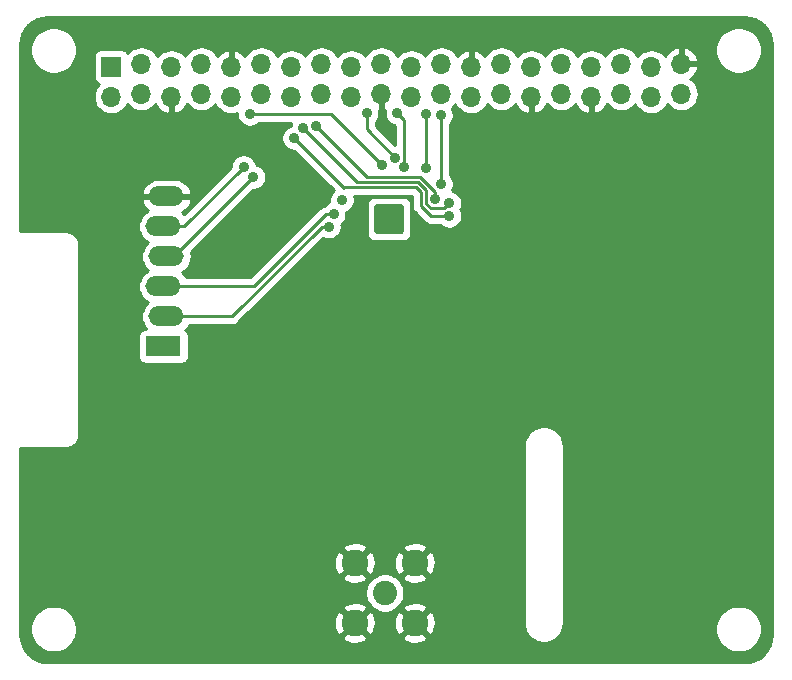
<source format=gbl>
G04 #@! TF.GenerationSoftware,KiCad,Pcbnew,(5.1.0)-1*
G04 #@! TF.CreationDate,2019-06-07T11:38:14-04:00*
G04 #@! TF.ProjectId,PiHat_AX5043_JZK,50694861-745f-4415-9835-3034335f4a5a,rev?*
G04 #@! TF.SameCoordinates,Original*
G04 #@! TF.FileFunction,Copper,L4,Bot*
G04 #@! TF.FilePolarity,Positive*
%FSLAX46Y46*%
G04 Gerber Fmt 4.6, Leading zero omitted, Abs format (unit mm)*
G04 Created by KiCad (PCBNEW (5.1.0)-1) date 2019-06-07 11:38:14*
%MOMM*%
%LPD*%
G04 APERTURE LIST*
%ADD10O,3.000000X1.700000*%
%ADD11R,3.000000X1.700000*%
%ADD12C,2.250000*%
%ADD13C,2.050000*%
%ADD14O,1.700000X1.700000*%
%ADD15R,1.700000X1.700000*%
%ADD16C,0.500000*%
%ADD17C,0.150000*%
%ADD18C,2.500000*%
%ADD19C,0.900000*%
%ADD20C,0.254000*%
G04 APERTURE END LIST*
D10*
X212800000Y-117480000D03*
X213054000Y-109860000D03*
X213054000Y-114940000D03*
X212800000Y-112400000D03*
D11*
X212800000Y-122560000D03*
D10*
X213054000Y-120020000D03*
D12*
X229000000Y-145980000D03*
X229000000Y-140900000D03*
X234080000Y-140900000D03*
X234080000Y-145980000D03*
D13*
X231540000Y-143440000D03*
D14*
X256630000Y-101183000D03*
X256630000Y-98643000D03*
X210910000Y-98643000D03*
X246470000Y-98643000D03*
X221070000Y-98643000D03*
X226150000Y-101183000D03*
X231230000Y-101183000D03*
X218530000Y-98897000D03*
X251550000Y-101183000D03*
X246470000Y-101183000D03*
X231230000Y-98643000D03*
X236310000Y-98643000D03*
X238850000Y-101437000D03*
X208370000Y-101437000D03*
X241390000Y-98643000D03*
X243930000Y-98897000D03*
X254090000Y-101437000D03*
X254090000Y-98897000D03*
X233770000Y-101437000D03*
X251550000Y-98643000D03*
D15*
X208370000Y-98897000D03*
D14*
X223610000Y-101437000D03*
X249010000Y-98897000D03*
X213450000Y-98897000D03*
X218530000Y-101437000D03*
X210910000Y-101183000D03*
X223610000Y-98897000D03*
X236310000Y-101183000D03*
X226150000Y-98643000D03*
X249010000Y-101437000D03*
X238850000Y-98897000D03*
X243930000Y-101437000D03*
X228690000Y-98897000D03*
X233770000Y-98897000D03*
X215990000Y-98643000D03*
X228690000Y-101437000D03*
X241390000Y-101183000D03*
X213450000Y-101437000D03*
X221070000Y-101183000D03*
X215990000Y-101183000D03*
D16*
X230900000Y-112800000D03*
X230900000Y-111800000D03*
X230900000Y-110800000D03*
X231900000Y-112800000D03*
X231900000Y-111800000D03*
X231900000Y-110800000D03*
X232900000Y-112800000D03*
X232900000Y-111800000D03*
X232900000Y-110800000D03*
D17*
G36*
X232924504Y-110551204D02*
G01*
X232948773Y-110554804D01*
X232972571Y-110560765D01*
X232995671Y-110569030D01*
X233017849Y-110579520D01*
X233038893Y-110592133D01*
X233058598Y-110606747D01*
X233076777Y-110623223D01*
X233093253Y-110641402D01*
X233107867Y-110661107D01*
X233120480Y-110682151D01*
X233130970Y-110704329D01*
X233139235Y-110727429D01*
X233145196Y-110751227D01*
X233148796Y-110775496D01*
X233150000Y-110800000D01*
X233150000Y-112800000D01*
X233148796Y-112824504D01*
X233145196Y-112848773D01*
X233139235Y-112872571D01*
X233130970Y-112895671D01*
X233120480Y-112917849D01*
X233107867Y-112938893D01*
X233093253Y-112958598D01*
X233076777Y-112976777D01*
X233058598Y-112993253D01*
X233038893Y-113007867D01*
X233017849Y-113020480D01*
X232995671Y-113030970D01*
X232972571Y-113039235D01*
X232948773Y-113045196D01*
X232924504Y-113048796D01*
X232900000Y-113050000D01*
X230900000Y-113050000D01*
X230875496Y-113048796D01*
X230851227Y-113045196D01*
X230827429Y-113039235D01*
X230804329Y-113030970D01*
X230782151Y-113020480D01*
X230761107Y-113007867D01*
X230741402Y-112993253D01*
X230723223Y-112976777D01*
X230706747Y-112958598D01*
X230692133Y-112938893D01*
X230679520Y-112917849D01*
X230669030Y-112895671D01*
X230660765Y-112872571D01*
X230654804Y-112848773D01*
X230651204Y-112824504D01*
X230650000Y-112800000D01*
X230650000Y-110800000D01*
X230651204Y-110775496D01*
X230654804Y-110751227D01*
X230660765Y-110727429D01*
X230669030Y-110704329D01*
X230679520Y-110682151D01*
X230692133Y-110661107D01*
X230706747Y-110641402D01*
X230723223Y-110623223D01*
X230741402Y-110606747D01*
X230761107Y-110592133D01*
X230782151Y-110579520D01*
X230804329Y-110569030D01*
X230827429Y-110560765D01*
X230851227Y-110554804D01*
X230875496Y-110551204D01*
X230900000Y-110550000D01*
X232900000Y-110550000D01*
X232924504Y-110551204D01*
X232924504Y-110551204D01*
G37*
D18*
X231900000Y-111800000D03*
D19*
X227910500Y-110189500D03*
X227200000Y-111400000D03*
X220422000Y-108222000D03*
X219577000Y-107377000D03*
X226791470Y-112421327D03*
X237000000Y-111523000D03*
X223876691Y-104925342D03*
X231300000Y-107200000D03*
X220100000Y-102900000D03*
X232422182Y-106622182D03*
X230000000Y-102800000D03*
X235000000Y-107500000D03*
X235000000Y-102900000D03*
X237000000Y-110422997D03*
X224621359Y-104115728D03*
X235800000Y-110100000D03*
X225700000Y-103900000D03*
X236300000Y-108800000D03*
X236300000Y-103000000D03*
X232600000Y-102800000D03*
X233200000Y-107400000D03*
D20*
X214554000Y-117480000D02*
X212800000Y-117480000D01*
X220483604Y-117480000D02*
X214554000Y-117480000D01*
X226563604Y-111400000D02*
X220483604Y-117480000D01*
X227200000Y-111400000D02*
X226563604Y-111400000D01*
X213704000Y-114940000D02*
X213054000Y-114940000D01*
X220422000Y-108222000D02*
X213704000Y-114940000D01*
X214554000Y-112400000D02*
X212800000Y-112400000D01*
X219577000Y-107377000D02*
X214554000Y-112400000D01*
X218585670Y-120020000D02*
X213054000Y-120020000D01*
X226184343Y-112421327D02*
X218585670Y-120020000D01*
X226791470Y-112421327D02*
X226184343Y-112421327D01*
X236363604Y-111523000D02*
X237000000Y-111523000D01*
X228075675Y-109124325D02*
X228091980Y-109108020D01*
X223876691Y-104925342D02*
X228075675Y-109124325D01*
X228091980Y-109108020D02*
X234160284Y-109108020D01*
X234160284Y-109108020D02*
X234568989Y-109516725D01*
X234568989Y-109516725D02*
X234568989Y-110661018D01*
X235430971Y-111523000D02*
X236363604Y-111523000D01*
X234568989Y-110661018D02*
X235430971Y-111523000D01*
X231300000Y-107200000D02*
X227000000Y-102900000D01*
X227000000Y-102900000D02*
X220100000Y-102900000D01*
X232422182Y-106622182D02*
X230000000Y-104200000D01*
X230000000Y-104200000D02*
X230000000Y-102800000D01*
X235000000Y-107500000D02*
X235000000Y-102900000D01*
X236545996Y-110877001D02*
X237000000Y-110422997D01*
X229159641Y-108654010D02*
X234348340Y-108654010D01*
X224621359Y-104115728D02*
X229159641Y-108654010D01*
X234348340Y-108654010D02*
X235022999Y-109328669D01*
X235022999Y-109328669D02*
X235022999Y-110472961D01*
X235022999Y-110472961D02*
X235427039Y-110877001D01*
X235427039Y-110877001D02*
X236545996Y-110877001D01*
X230000000Y-108200000D02*
X225700000Y-103900000D01*
X234536396Y-108200000D02*
X230000000Y-108200000D01*
X235800000Y-109463604D02*
X234536396Y-108200000D01*
X235800000Y-110100000D02*
X235800000Y-109463604D01*
X236300000Y-108800000D02*
X236300000Y-103000000D01*
X233200000Y-103400000D02*
X232600000Y-102800000D01*
X233200000Y-107400000D02*
X233200000Y-103400000D01*
G36*
X262449016Y-94732312D02*
G01*
X262880930Y-94862714D01*
X263279285Y-95074524D01*
X263628914Y-95359675D01*
X263916497Y-95707303D01*
X264131086Y-96104177D01*
X264264498Y-96535161D01*
X264315001Y-97015663D01*
X264315000Y-146966495D01*
X264267688Y-147449016D01*
X264137287Y-147880927D01*
X263925480Y-148279280D01*
X263640325Y-148628914D01*
X263292697Y-148916497D01*
X262895825Y-149131085D01*
X262464834Y-149264500D01*
X261984346Y-149315000D01*
X203033504Y-149315000D01*
X202550984Y-149267688D01*
X202119073Y-149137287D01*
X201720720Y-148925480D01*
X201371086Y-148640325D01*
X201083503Y-148292697D01*
X200868915Y-147895825D01*
X200735500Y-147464834D01*
X200685000Y-146984346D01*
X200685000Y-146304495D01*
X201515000Y-146304495D01*
X201515000Y-146695505D01*
X201591282Y-147079003D01*
X201740915Y-147440250D01*
X201958149Y-147765364D01*
X202234636Y-148041851D01*
X202559750Y-148259085D01*
X202920997Y-148408718D01*
X203304495Y-148485000D01*
X203695505Y-148485000D01*
X204079003Y-148408718D01*
X204440250Y-148259085D01*
X204765364Y-148041851D01*
X205041851Y-147765364D01*
X205259085Y-147440250D01*
X205356722Y-147204531D01*
X227955074Y-147204531D01*
X228065921Y-147481714D01*
X228376840Y-147635089D01*
X228711705Y-147724860D01*
X229057650Y-147747576D01*
X229401380Y-147702366D01*
X229729685Y-147590966D01*
X229934079Y-147481714D01*
X230044926Y-147204531D01*
X233035074Y-147204531D01*
X233145921Y-147481714D01*
X233456840Y-147635089D01*
X233791705Y-147724860D01*
X234137650Y-147747576D01*
X234481380Y-147702366D01*
X234809685Y-147590966D01*
X235014079Y-147481714D01*
X235124926Y-147204531D01*
X234080000Y-146159605D01*
X233035074Y-147204531D01*
X230044926Y-147204531D01*
X229000000Y-146159605D01*
X227955074Y-147204531D01*
X205356722Y-147204531D01*
X205408718Y-147079003D01*
X205485000Y-146695505D01*
X205485000Y-146304495D01*
X205431922Y-146037650D01*
X227232424Y-146037650D01*
X227277634Y-146381380D01*
X227389034Y-146709685D01*
X227498286Y-146914079D01*
X227775469Y-147024926D01*
X228820395Y-145980000D01*
X229179605Y-145980000D01*
X230224531Y-147024926D01*
X230501714Y-146914079D01*
X230655089Y-146603160D01*
X230744860Y-146268295D01*
X230760004Y-146037650D01*
X232312424Y-146037650D01*
X232357634Y-146381380D01*
X232469034Y-146709685D01*
X232578286Y-146914079D01*
X232855469Y-147024926D01*
X233900395Y-145980000D01*
X234259605Y-145980000D01*
X235304531Y-147024926D01*
X235581714Y-146914079D01*
X235735089Y-146603160D01*
X235824860Y-146268295D01*
X235840267Y-146033646D01*
X243315000Y-146033646D01*
X243318366Y-146067821D01*
X243318366Y-146080806D01*
X243319366Y-146090318D01*
X243341121Y-146284268D01*
X243354025Y-146344976D01*
X243366089Y-146405901D01*
X243368917Y-146415038D01*
X243427930Y-146601068D01*
X243452377Y-146658105D01*
X243476046Y-146715531D01*
X243480595Y-146723944D01*
X243574617Y-146894969D01*
X243609692Y-146946194D01*
X243644050Y-146997906D01*
X243650146Y-147005276D01*
X243775596Y-147154782D01*
X243819974Y-147198240D01*
X243863703Y-147242275D01*
X243871109Y-147248315D01*
X243871113Y-147248319D01*
X243871115Y-147248320D01*
X244023214Y-147370611D01*
X244075139Y-147404589D01*
X244126632Y-147439322D01*
X244135077Y-147443812D01*
X244308033Y-147534232D01*
X244365590Y-147557487D01*
X244422835Y-147581550D01*
X244431991Y-147584315D01*
X244619217Y-147639418D01*
X244680218Y-147651054D01*
X244741015Y-147663534D01*
X244750533Y-147664468D01*
X244944895Y-147682157D01*
X245006986Y-147681723D01*
X245069066Y-147682156D01*
X245078585Y-147681223D01*
X245272682Y-147660822D01*
X245333496Y-147648339D01*
X245394481Y-147636705D01*
X245403637Y-147633941D01*
X245590075Y-147576229D01*
X245647279Y-147552182D01*
X245704873Y-147528913D01*
X245713317Y-147524423D01*
X245884994Y-147431598D01*
X245936468Y-147396878D01*
X245988418Y-147362883D01*
X245995829Y-147356839D01*
X246146207Y-147232435D01*
X246189973Y-147188362D01*
X246234311Y-147144943D01*
X246240408Y-147137574D01*
X246363758Y-146986332D01*
X246398126Y-146934603D01*
X246433191Y-146883392D01*
X246437739Y-146874981D01*
X246437740Y-146874980D01*
X246437742Y-146874976D01*
X246529366Y-146702657D01*
X246553022Y-146645261D01*
X246577482Y-146588193D01*
X246580310Y-146579056D01*
X246636719Y-146392220D01*
X246648780Y-146331310D01*
X246654479Y-146304495D01*
X259515000Y-146304495D01*
X259515000Y-146695505D01*
X259591282Y-147079003D01*
X259740915Y-147440250D01*
X259958149Y-147765364D01*
X260234636Y-148041851D01*
X260559750Y-148259085D01*
X260920997Y-148408718D01*
X261304495Y-148485000D01*
X261695505Y-148485000D01*
X262079003Y-148408718D01*
X262440250Y-148259085D01*
X262765364Y-148041851D01*
X263041851Y-147765364D01*
X263259085Y-147440250D01*
X263408718Y-147079003D01*
X263485000Y-146695505D01*
X263485000Y-146304495D01*
X263408718Y-145920997D01*
X263259085Y-145559750D01*
X263041851Y-145234636D01*
X262765364Y-144958149D01*
X262440250Y-144740915D01*
X262079003Y-144591282D01*
X261695505Y-144515000D01*
X261304495Y-144515000D01*
X260920997Y-144591282D01*
X260559750Y-144740915D01*
X260234636Y-144958149D01*
X259958149Y-145234636D01*
X259740915Y-145559750D01*
X259591282Y-145920997D01*
X259515000Y-146304495D01*
X246654479Y-146304495D01*
X246661686Y-146270591D01*
X246662686Y-146261079D01*
X246681731Y-146066845D01*
X246681731Y-146066837D01*
X246685000Y-146033647D01*
X246685000Y-130966353D01*
X246681633Y-130932169D01*
X246681633Y-130919193D01*
X246680634Y-130909681D01*
X246658879Y-130715732D01*
X246645975Y-130655024D01*
X246633911Y-130594099D01*
X246631083Y-130584962D01*
X246572070Y-130398932D01*
X246547618Y-130341882D01*
X246523954Y-130284470D01*
X246519405Y-130276056D01*
X246425383Y-130105031D01*
X246390310Y-130053809D01*
X246355951Y-130002094D01*
X246349854Y-129994724D01*
X246224404Y-129845218D01*
X246180046Y-129801779D01*
X246136297Y-129757724D01*
X246128885Y-129751679D01*
X245976785Y-129629389D01*
X245924845Y-129595401D01*
X245873367Y-129560678D01*
X245864923Y-129556187D01*
X245691967Y-129465768D01*
X245634410Y-129442513D01*
X245577165Y-129418450D01*
X245568009Y-129415685D01*
X245380783Y-129360582D01*
X245319775Y-129348945D01*
X245258985Y-129336466D01*
X245249466Y-129335532D01*
X245055105Y-129317843D01*
X244992981Y-129318277D01*
X244930933Y-129317844D01*
X244921426Y-129318776D01*
X244921419Y-129318776D01*
X244921413Y-129318777D01*
X244727318Y-129339178D01*
X244666504Y-129351661D01*
X244605519Y-129363295D01*
X244596363Y-129366059D01*
X244409925Y-129423771D01*
X244352692Y-129447830D01*
X244295127Y-129471087D01*
X244286682Y-129475577D01*
X244115006Y-129568402D01*
X244063532Y-129603122D01*
X244011582Y-129637117D01*
X244004170Y-129643162D01*
X243853793Y-129767565D01*
X243810027Y-129811638D01*
X243765689Y-129855057D01*
X243759592Y-129862426D01*
X243636242Y-130013668D01*
X243601881Y-130065386D01*
X243566809Y-130116607D01*
X243562260Y-130125020D01*
X243470635Y-130297343D01*
X243446978Y-130354739D01*
X243422519Y-130411807D01*
X243419690Y-130420943D01*
X243363281Y-130607780D01*
X243351219Y-130668698D01*
X243338314Y-130729410D01*
X243337314Y-130738922D01*
X243318269Y-130933155D01*
X243318269Y-130933173D01*
X243315001Y-130966353D01*
X243315000Y-146033646D01*
X235840267Y-146033646D01*
X235847576Y-145922350D01*
X235802366Y-145578620D01*
X235690966Y-145250315D01*
X235581714Y-145045921D01*
X235304531Y-144935074D01*
X234259605Y-145980000D01*
X233900395Y-145980000D01*
X232855469Y-144935074D01*
X232578286Y-145045921D01*
X232424911Y-145356840D01*
X232335140Y-145691705D01*
X232312424Y-146037650D01*
X230760004Y-146037650D01*
X230767576Y-145922350D01*
X230722366Y-145578620D01*
X230610966Y-145250315D01*
X230501714Y-145045921D01*
X230224531Y-144935074D01*
X229179605Y-145980000D01*
X228820395Y-145980000D01*
X227775469Y-144935074D01*
X227498286Y-145045921D01*
X227344911Y-145356840D01*
X227255140Y-145691705D01*
X227232424Y-146037650D01*
X205431922Y-146037650D01*
X205408718Y-145920997D01*
X205259085Y-145559750D01*
X205041851Y-145234636D01*
X204765364Y-144958149D01*
X204462032Y-144755469D01*
X227955074Y-144755469D01*
X229000000Y-145800395D01*
X230044926Y-144755469D01*
X229934079Y-144478286D01*
X229623160Y-144324911D01*
X229288295Y-144235140D01*
X228942350Y-144212424D01*
X228598620Y-144257634D01*
X228270315Y-144369034D01*
X228065921Y-144478286D01*
X227955074Y-144755469D01*
X204462032Y-144755469D01*
X204440250Y-144740915D01*
X204079003Y-144591282D01*
X203695505Y-144515000D01*
X203304495Y-144515000D01*
X202920997Y-144591282D01*
X202559750Y-144740915D01*
X202234636Y-144958149D01*
X201958149Y-145234636D01*
X201740915Y-145559750D01*
X201591282Y-145920997D01*
X201515000Y-146304495D01*
X200685000Y-146304495D01*
X200685000Y-143276504D01*
X229880000Y-143276504D01*
X229880000Y-143603496D01*
X229943793Y-143924204D01*
X230068927Y-144226305D01*
X230250594Y-144498188D01*
X230481812Y-144729406D01*
X230753695Y-144911073D01*
X231055796Y-145036207D01*
X231376504Y-145100000D01*
X231703496Y-145100000D01*
X232024204Y-145036207D01*
X232326305Y-144911073D01*
X232559182Y-144755469D01*
X233035074Y-144755469D01*
X234080000Y-145800395D01*
X235124926Y-144755469D01*
X235014079Y-144478286D01*
X234703160Y-144324911D01*
X234368295Y-144235140D01*
X234022350Y-144212424D01*
X233678620Y-144257634D01*
X233350315Y-144369034D01*
X233145921Y-144478286D01*
X233035074Y-144755469D01*
X232559182Y-144755469D01*
X232598188Y-144729406D01*
X232829406Y-144498188D01*
X233011073Y-144226305D01*
X233136207Y-143924204D01*
X233200000Y-143603496D01*
X233200000Y-143276504D01*
X233136207Y-142955796D01*
X233011073Y-142653695D01*
X232829406Y-142381812D01*
X232598188Y-142150594D01*
X232559183Y-142124531D01*
X233035074Y-142124531D01*
X233145921Y-142401714D01*
X233456840Y-142555089D01*
X233791705Y-142644860D01*
X234137650Y-142667576D01*
X234481380Y-142622366D01*
X234809685Y-142510966D01*
X235014079Y-142401714D01*
X235124926Y-142124531D01*
X234080000Y-141079605D01*
X233035074Y-142124531D01*
X232559183Y-142124531D01*
X232326305Y-141968927D01*
X232024204Y-141843793D01*
X231703496Y-141780000D01*
X231376504Y-141780000D01*
X231055796Y-141843793D01*
X230753695Y-141968927D01*
X230481812Y-142150594D01*
X230250594Y-142381812D01*
X230068927Y-142653695D01*
X229943793Y-142955796D01*
X229880000Y-143276504D01*
X200685000Y-143276504D01*
X200685000Y-142124531D01*
X227955074Y-142124531D01*
X228065921Y-142401714D01*
X228376840Y-142555089D01*
X228711705Y-142644860D01*
X229057650Y-142667576D01*
X229401380Y-142622366D01*
X229729685Y-142510966D01*
X229934079Y-142401714D01*
X230044926Y-142124531D01*
X229000000Y-141079605D01*
X227955074Y-142124531D01*
X200685000Y-142124531D01*
X200685000Y-140957650D01*
X227232424Y-140957650D01*
X227277634Y-141301380D01*
X227389034Y-141629685D01*
X227498286Y-141834079D01*
X227775469Y-141944926D01*
X228820395Y-140900000D01*
X229179605Y-140900000D01*
X230224531Y-141944926D01*
X230501714Y-141834079D01*
X230655089Y-141523160D01*
X230744860Y-141188295D01*
X230760004Y-140957650D01*
X232312424Y-140957650D01*
X232357634Y-141301380D01*
X232469034Y-141629685D01*
X232578286Y-141834079D01*
X232855469Y-141944926D01*
X233900395Y-140900000D01*
X234259605Y-140900000D01*
X235304531Y-141944926D01*
X235581714Y-141834079D01*
X235735089Y-141523160D01*
X235824860Y-141188295D01*
X235847576Y-140842350D01*
X235802366Y-140498620D01*
X235690966Y-140170315D01*
X235581714Y-139965921D01*
X235304531Y-139855074D01*
X234259605Y-140900000D01*
X233900395Y-140900000D01*
X232855469Y-139855074D01*
X232578286Y-139965921D01*
X232424911Y-140276840D01*
X232335140Y-140611705D01*
X232312424Y-140957650D01*
X230760004Y-140957650D01*
X230767576Y-140842350D01*
X230722366Y-140498620D01*
X230610966Y-140170315D01*
X230501714Y-139965921D01*
X230224531Y-139855074D01*
X229179605Y-140900000D01*
X228820395Y-140900000D01*
X227775469Y-139855074D01*
X227498286Y-139965921D01*
X227344911Y-140276840D01*
X227255140Y-140611705D01*
X227232424Y-140957650D01*
X200685000Y-140957650D01*
X200685000Y-139675469D01*
X227955074Y-139675469D01*
X229000000Y-140720395D01*
X230044926Y-139675469D01*
X233035074Y-139675469D01*
X234080000Y-140720395D01*
X235124926Y-139675469D01*
X235014079Y-139398286D01*
X234703160Y-139244911D01*
X234368295Y-139155140D01*
X234022350Y-139132424D01*
X233678620Y-139177634D01*
X233350315Y-139289034D01*
X233145921Y-139398286D01*
X233035074Y-139675469D01*
X230044926Y-139675469D01*
X229934079Y-139398286D01*
X229623160Y-139244911D01*
X229288295Y-139155140D01*
X228942350Y-139132424D01*
X228598620Y-139177634D01*
X228270315Y-139289034D01*
X228065921Y-139398286D01*
X227955074Y-139675469D01*
X200685000Y-139675469D01*
X200685000Y-131185000D01*
X204533647Y-131185000D01*
X204562601Y-131182148D01*
X204565573Y-131182169D01*
X204575092Y-131181236D01*
X204623218Y-131176178D01*
X204634283Y-131175088D01*
X204634652Y-131174976D01*
X204672140Y-131171036D01*
X204732990Y-131158545D01*
X204793942Y-131146918D01*
X204803096Y-131144155D01*
X204803102Y-131144153D01*
X204896317Y-131115298D01*
X204953533Y-131091246D01*
X205011119Y-131067980D01*
X205019564Y-131063490D01*
X205105401Y-131017077D01*
X205156867Y-130982362D01*
X205208821Y-130948364D01*
X205216232Y-130942320D01*
X205291421Y-130880118D01*
X205335162Y-130836070D01*
X205379522Y-130792631D01*
X205385618Y-130785261D01*
X205385623Y-130785256D01*
X205385627Y-130785250D01*
X205447294Y-130709640D01*
X205481632Y-130657959D01*
X205516733Y-130606694D01*
X205521282Y-130598281D01*
X205567094Y-130512120D01*
X205590758Y-130454704D01*
X205615208Y-130397661D01*
X205618036Y-130388525D01*
X205646241Y-130295107D01*
X205658303Y-130234187D01*
X205671209Y-130173470D01*
X205672209Y-130163958D01*
X205681731Y-130066841D01*
X205681731Y-130066837D01*
X205685000Y-130033647D01*
X205685000Y-113966353D01*
X205682148Y-113937399D01*
X205682169Y-113934427D01*
X205681236Y-113924909D01*
X205676179Y-113876790D01*
X205675088Y-113865717D01*
X205674976Y-113865348D01*
X205671036Y-113827860D01*
X205658547Y-113767017D01*
X205646918Y-113706058D01*
X205644154Y-113696902D01*
X205615298Y-113603683D01*
X205591232Y-113546434D01*
X205567979Y-113488881D01*
X205563489Y-113480436D01*
X205517077Y-113394598D01*
X205482350Y-113343115D01*
X205448364Y-113291179D01*
X205442320Y-113283767D01*
X205380118Y-113208579D01*
X205336051Y-113164818D01*
X205292630Y-113120478D01*
X205285261Y-113114381D01*
X205209640Y-113052706D01*
X205157959Y-113018368D01*
X205106694Y-112983267D01*
X205098281Y-112978718D01*
X205012120Y-112932906D01*
X204954704Y-112909242D01*
X204897661Y-112884792D01*
X204888525Y-112881964D01*
X204795107Y-112853759D01*
X204734195Y-112841698D01*
X204673471Y-112828791D01*
X204663959Y-112827791D01*
X204566841Y-112818269D01*
X204566837Y-112818269D01*
X204533647Y-112815000D01*
X200685000Y-112815000D01*
X200685000Y-109503110D01*
X210962524Y-109503110D01*
X211083845Y-109733000D01*
X212927000Y-109733000D01*
X212927000Y-109713000D01*
X213181000Y-109713000D01*
X213181000Y-109733000D01*
X215024155Y-109733000D01*
X215145476Y-109503110D01*
X215124563Y-109409047D01*
X215009291Y-109140574D01*
X214843857Y-108899748D01*
X214634619Y-108695824D01*
X214389618Y-108536639D01*
X214118269Y-108428310D01*
X213831000Y-108375000D01*
X212277000Y-108375000D01*
X211989731Y-108428310D01*
X211718382Y-108536639D01*
X211473381Y-108695824D01*
X211264143Y-108899748D01*
X211098709Y-109140574D01*
X210983437Y-109409047D01*
X210962524Y-109503110D01*
X200685000Y-109503110D01*
X200685000Y-101437000D01*
X206877815Y-101437000D01*
X206906487Y-101728111D01*
X206991401Y-102008034D01*
X207129294Y-102266014D01*
X207314866Y-102492134D01*
X207540986Y-102677706D01*
X207798966Y-102815599D01*
X208078889Y-102900513D01*
X208297050Y-102922000D01*
X208442950Y-102922000D01*
X208661111Y-102900513D01*
X208941034Y-102815599D01*
X209199014Y-102677706D01*
X209425134Y-102492134D01*
X209610706Y-102266014D01*
X209716031Y-102068964D01*
X209854866Y-102238134D01*
X210080986Y-102423706D01*
X210338966Y-102561599D01*
X210618889Y-102646513D01*
X210837050Y-102668000D01*
X210982950Y-102668000D01*
X211201111Y-102646513D01*
X211481034Y-102561599D01*
X211739014Y-102423706D01*
X211965134Y-102238134D01*
X212105454Y-102067154D01*
X212105843Y-102068252D01*
X212254822Y-102318355D01*
X212449731Y-102534588D01*
X212683080Y-102708641D01*
X212945901Y-102833825D01*
X213093110Y-102878476D01*
X213323000Y-102757155D01*
X213323000Y-101564000D01*
X213303000Y-101564000D01*
X213303000Y-101310000D01*
X213323000Y-101310000D01*
X213323000Y-101290000D01*
X213577000Y-101290000D01*
X213577000Y-101310000D01*
X213597000Y-101310000D01*
X213597000Y-101564000D01*
X213577000Y-101564000D01*
X213577000Y-102757155D01*
X213806890Y-102878476D01*
X213954099Y-102833825D01*
X214216920Y-102708641D01*
X214450269Y-102534588D01*
X214645178Y-102318355D01*
X214794157Y-102068252D01*
X214794546Y-102067154D01*
X214934866Y-102238134D01*
X215160986Y-102423706D01*
X215418966Y-102561599D01*
X215698889Y-102646513D01*
X215917050Y-102668000D01*
X216062950Y-102668000D01*
X216281111Y-102646513D01*
X216561034Y-102561599D01*
X216819014Y-102423706D01*
X217045134Y-102238134D01*
X217183969Y-102068964D01*
X217289294Y-102266014D01*
X217474866Y-102492134D01*
X217700986Y-102677706D01*
X217958966Y-102815599D01*
X218238889Y-102900513D01*
X218457050Y-102922000D01*
X218602950Y-102922000D01*
X218821111Y-102900513D01*
X219015000Y-102841697D01*
X219015000Y-103006863D01*
X219056696Y-103216483D01*
X219138485Y-103413940D01*
X219257225Y-103591647D01*
X219408353Y-103742775D01*
X219586060Y-103861515D01*
X219783517Y-103943304D01*
X219993137Y-103985000D01*
X220206863Y-103985000D01*
X220416483Y-103943304D01*
X220613940Y-103861515D01*
X220791647Y-103742775D01*
X220872422Y-103662000D01*
X223634903Y-103662000D01*
X223578055Y-103799245D01*
X223561643Y-103881753D01*
X223560208Y-103882038D01*
X223362751Y-103963827D01*
X223185044Y-104082567D01*
X223033916Y-104233695D01*
X222915176Y-104411402D01*
X222833387Y-104608859D01*
X222791691Y-104818479D01*
X222791691Y-105032205D01*
X222833387Y-105241825D01*
X222915176Y-105439282D01*
X223033916Y-105616989D01*
X223185044Y-105768117D01*
X223362751Y-105886857D01*
X223560208Y-105968646D01*
X223769828Y-106010342D01*
X223884061Y-106010342D01*
X227219807Y-109346088D01*
X227218853Y-109346725D01*
X227067725Y-109497853D01*
X226948985Y-109675560D01*
X226867196Y-109873017D01*
X226825500Y-110082637D01*
X226825500Y-110296363D01*
X226841004Y-110374305D01*
X226686060Y-110438485D01*
X226508353Y-110557225D01*
X226416806Y-110648772D01*
X226414226Y-110649026D01*
X226270589Y-110692598D01*
X226138212Y-110763355D01*
X226022182Y-110858578D01*
X225998325Y-110887648D01*
X220167974Y-116718000D01*
X214726526Y-116718000D01*
X214690706Y-116650986D01*
X214505134Y-116424866D01*
X214335964Y-116286031D01*
X214533014Y-116180706D01*
X214759134Y-115995134D01*
X214944706Y-115769014D01*
X215082599Y-115511034D01*
X215167513Y-115231111D01*
X215196185Y-114940000D01*
X215167513Y-114648889D01*
X215145455Y-114576175D01*
X220414630Y-109307000D01*
X220528863Y-109307000D01*
X220738483Y-109265304D01*
X220935940Y-109183515D01*
X221113647Y-109064775D01*
X221264775Y-108913647D01*
X221383515Y-108735940D01*
X221465304Y-108538483D01*
X221507000Y-108328863D01*
X221507000Y-108115137D01*
X221465304Y-107905517D01*
X221383515Y-107708060D01*
X221264775Y-107530353D01*
X221113647Y-107379225D01*
X220935940Y-107260485D01*
X220738483Y-107178696D01*
X220639911Y-107159089D01*
X220620304Y-107060517D01*
X220538515Y-106863060D01*
X220419775Y-106685353D01*
X220268647Y-106534225D01*
X220090940Y-106415485D01*
X219893483Y-106333696D01*
X219683863Y-106292000D01*
X219470137Y-106292000D01*
X219260517Y-106333696D01*
X219063060Y-106415485D01*
X218885353Y-106534225D01*
X218734225Y-106685353D01*
X218615485Y-106863060D01*
X218533696Y-107060517D01*
X218492000Y-107270137D01*
X218492000Y-107384370D01*
X214517020Y-111359350D01*
X214505134Y-111344866D01*
X214334939Y-111205190D01*
X214389618Y-111183361D01*
X214634619Y-111024176D01*
X214843857Y-110820252D01*
X215009291Y-110579426D01*
X215124563Y-110310953D01*
X215145476Y-110216890D01*
X215024155Y-109987000D01*
X213181000Y-109987000D01*
X213181000Y-110007000D01*
X212927000Y-110007000D01*
X212927000Y-109987000D01*
X211083845Y-109987000D01*
X210962524Y-110216890D01*
X210983437Y-110310953D01*
X211098709Y-110579426D01*
X211264143Y-110820252D01*
X211473381Y-111024176D01*
X211518694Y-111053617D01*
X211320986Y-111159294D01*
X211094866Y-111344866D01*
X210909294Y-111570986D01*
X210771401Y-111828966D01*
X210686487Y-112108889D01*
X210657815Y-112400000D01*
X210686487Y-112691111D01*
X210771401Y-112971034D01*
X210909294Y-113229014D01*
X211094866Y-113455134D01*
X211320986Y-113640706D01*
X211518036Y-113746031D01*
X211348866Y-113884866D01*
X211163294Y-114110986D01*
X211025401Y-114368966D01*
X210940487Y-114648889D01*
X210911815Y-114940000D01*
X210940487Y-115231111D01*
X211025401Y-115511034D01*
X211163294Y-115769014D01*
X211348866Y-115995134D01*
X211518036Y-116133969D01*
X211320986Y-116239294D01*
X211094866Y-116424866D01*
X210909294Y-116650986D01*
X210771401Y-116908966D01*
X210686487Y-117188889D01*
X210657815Y-117480000D01*
X210686487Y-117771111D01*
X210771401Y-118051034D01*
X210909294Y-118309014D01*
X211094866Y-118535134D01*
X211320986Y-118720706D01*
X211518036Y-118826031D01*
X211348866Y-118964866D01*
X211163294Y-119190986D01*
X211025401Y-119448966D01*
X210940487Y-119728889D01*
X210911815Y-120020000D01*
X210940487Y-120311111D01*
X211025401Y-120591034D01*
X211163294Y-120849014D01*
X211346235Y-121071928D01*
X211300000Y-121071928D01*
X211175518Y-121084188D01*
X211055820Y-121120498D01*
X210945506Y-121179463D01*
X210848815Y-121258815D01*
X210769463Y-121355506D01*
X210710498Y-121465820D01*
X210674188Y-121585518D01*
X210661928Y-121710000D01*
X210661928Y-123410000D01*
X210674188Y-123534482D01*
X210710498Y-123654180D01*
X210769463Y-123764494D01*
X210848815Y-123861185D01*
X210945506Y-123940537D01*
X211055820Y-123999502D01*
X211175518Y-124035812D01*
X211300000Y-124048072D01*
X214300000Y-124048072D01*
X214424482Y-124035812D01*
X214544180Y-123999502D01*
X214654494Y-123940537D01*
X214751185Y-123861185D01*
X214830537Y-123764494D01*
X214889502Y-123654180D01*
X214925812Y-123534482D01*
X214938072Y-123410000D01*
X214938072Y-121710000D01*
X214925812Y-121585518D01*
X214889502Y-121465820D01*
X214830537Y-121355506D01*
X214751185Y-121258815D01*
X214654494Y-121179463D01*
X214640877Y-121172185D01*
X214759134Y-121075134D01*
X214944706Y-120849014D01*
X214980526Y-120782000D01*
X218548247Y-120782000D01*
X218585670Y-120785686D01*
X218623093Y-120782000D01*
X218623096Y-120782000D01*
X218735048Y-120770974D01*
X218878685Y-120727402D01*
X219011062Y-120656645D01*
X219127092Y-120561422D01*
X219150954Y-120532346D01*
X226293743Y-113389558D01*
X226474987Y-113464631D01*
X226684607Y-113506327D01*
X226898333Y-113506327D01*
X227107953Y-113464631D01*
X227305410Y-113382842D01*
X227483117Y-113264102D01*
X227634245Y-113112974D01*
X227752985Y-112935267D01*
X227834774Y-112737810D01*
X227876470Y-112528190D01*
X227876470Y-112314464D01*
X227865664Y-112260137D01*
X227891647Y-112242775D01*
X228042775Y-112091647D01*
X228161515Y-111913940D01*
X228243304Y-111716483D01*
X228285000Y-111506863D01*
X228285000Y-111293137D01*
X228269496Y-111215195D01*
X228424440Y-111151015D01*
X228602147Y-111032275D01*
X228753275Y-110881147D01*
X228872015Y-110703440D01*
X228935571Y-110550000D01*
X230011928Y-110550000D01*
X230015000Y-111514250D01*
X230047856Y-111547106D01*
X230022986Y-111672998D01*
X230015000Y-111672998D01*
X230015000Y-111713426D01*
X230014887Y-111713998D01*
X230015000Y-111800000D01*
X230015000Y-111927002D01*
X230022862Y-111927002D01*
X230048039Y-112052711D01*
X230015000Y-112085750D01*
X230011928Y-113050000D01*
X230024188Y-113174482D01*
X230060498Y-113294180D01*
X230119463Y-113404494D01*
X230198815Y-113501185D01*
X230295506Y-113580537D01*
X230405820Y-113639502D01*
X230525518Y-113675812D01*
X230650000Y-113688072D01*
X231614250Y-113685000D01*
X231647106Y-113652144D01*
X231772998Y-113677014D01*
X231772998Y-113685000D01*
X231813426Y-113685000D01*
X231813998Y-113685113D01*
X231900021Y-113685000D01*
X232027002Y-113685000D01*
X232027002Y-113677138D01*
X232152711Y-113651961D01*
X232185750Y-113685000D01*
X233150000Y-113688072D01*
X233274482Y-113675812D01*
X233394180Y-113639502D01*
X233504494Y-113580537D01*
X233601185Y-113501185D01*
X233680537Y-113404494D01*
X233739502Y-113294180D01*
X233775812Y-113174482D01*
X233788072Y-113050000D01*
X233785000Y-112085750D01*
X233752144Y-112052894D01*
X233777014Y-111927002D01*
X233785000Y-111927002D01*
X233785000Y-111886574D01*
X233785113Y-111886002D01*
X233785000Y-111799979D01*
X233785000Y-111672998D01*
X233777138Y-111672998D01*
X233751961Y-111547289D01*
X233785000Y-111514250D01*
X233788072Y-110550000D01*
X233775812Y-110425518D01*
X233739502Y-110305820D01*
X233680537Y-110195506D01*
X233601185Y-110098815D01*
X233504494Y-110019463D01*
X233394180Y-109960498D01*
X233274482Y-109924188D01*
X233150000Y-109911928D01*
X232185750Y-109915000D01*
X232152894Y-109947856D01*
X232027002Y-109922986D01*
X232027002Y-109915000D01*
X231986574Y-109915000D01*
X231986002Y-109914887D01*
X231899979Y-109915000D01*
X231772998Y-109915000D01*
X231772998Y-109922862D01*
X231647289Y-109948039D01*
X231614250Y-109915000D01*
X230650000Y-109911928D01*
X230525518Y-109924188D01*
X230405820Y-109960498D01*
X230295506Y-110019463D01*
X230198815Y-110098815D01*
X230119463Y-110195506D01*
X230060498Y-110305820D01*
X230024188Y-110425518D01*
X230011928Y-110550000D01*
X228935571Y-110550000D01*
X228953804Y-110505983D01*
X228995500Y-110296363D01*
X228995500Y-110082637D01*
X228953804Y-109873017D01*
X228952563Y-109870020D01*
X233806989Y-109870020D01*
X233806990Y-110623585D01*
X233803303Y-110661018D01*
X233818016Y-110810396D01*
X233861588Y-110954033D01*
X233932344Y-111086410D01*
X233992159Y-111159294D01*
X234027568Y-111202440D01*
X234056638Y-111226297D01*
X234865687Y-112035346D01*
X234889549Y-112064422D01*
X234963190Y-112124857D01*
X235005578Y-112159645D01*
X235076335Y-112197465D01*
X235137956Y-112230402D01*
X235281593Y-112273974D01*
X235393545Y-112285000D01*
X235393548Y-112285000D01*
X235430971Y-112288686D01*
X235468394Y-112285000D01*
X236227578Y-112285000D01*
X236308353Y-112365775D01*
X236486060Y-112484515D01*
X236683517Y-112566304D01*
X236893137Y-112608000D01*
X237106863Y-112608000D01*
X237316483Y-112566304D01*
X237513940Y-112484515D01*
X237691647Y-112365775D01*
X237842775Y-112214647D01*
X237961515Y-112036940D01*
X238043304Y-111839483D01*
X238085000Y-111629863D01*
X238085000Y-111416137D01*
X238043304Y-111206517D01*
X237961515Y-111009060D01*
X237937419Y-110972999D01*
X237961515Y-110936937D01*
X238043304Y-110739480D01*
X238085000Y-110529860D01*
X238085000Y-110316134D01*
X238043304Y-110106514D01*
X237961515Y-109909057D01*
X237842775Y-109731350D01*
X237691647Y-109580222D01*
X237513940Y-109461482D01*
X237316483Y-109379693D01*
X237229183Y-109362328D01*
X237261515Y-109313940D01*
X237343304Y-109116483D01*
X237385000Y-108906863D01*
X237385000Y-108693137D01*
X237343304Y-108483517D01*
X237261515Y-108286060D01*
X237142775Y-108108353D01*
X237062000Y-108027578D01*
X237062000Y-103772422D01*
X237142775Y-103691647D01*
X237261515Y-103513940D01*
X237343304Y-103316483D01*
X237385000Y-103106863D01*
X237385000Y-102893137D01*
X237343304Y-102683517D01*
X237261515Y-102486060D01*
X237191222Y-102380860D01*
X237365134Y-102238134D01*
X237503969Y-102068964D01*
X237609294Y-102266014D01*
X237794866Y-102492134D01*
X238020986Y-102677706D01*
X238278966Y-102815599D01*
X238558889Y-102900513D01*
X238777050Y-102922000D01*
X238922950Y-102922000D01*
X239141111Y-102900513D01*
X239421034Y-102815599D01*
X239679014Y-102677706D01*
X239905134Y-102492134D01*
X240090706Y-102266014D01*
X240196031Y-102068964D01*
X240334866Y-102238134D01*
X240560986Y-102423706D01*
X240818966Y-102561599D01*
X241098889Y-102646513D01*
X241317050Y-102668000D01*
X241462950Y-102668000D01*
X241681111Y-102646513D01*
X241961034Y-102561599D01*
X242219014Y-102423706D01*
X242445134Y-102238134D01*
X242585454Y-102067154D01*
X242585843Y-102068252D01*
X242734822Y-102318355D01*
X242929731Y-102534588D01*
X243163080Y-102708641D01*
X243425901Y-102833825D01*
X243573110Y-102878476D01*
X243803000Y-102757155D01*
X243803000Y-101564000D01*
X243783000Y-101564000D01*
X243783000Y-101310000D01*
X243803000Y-101310000D01*
X243803000Y-101290000D01*
X244057000Y-101290000D01*
X244057000Y-101310000D01*
X244077000Y-101310000D01*
X244077000Y-101564000D01*
X244057000Y-101564000D01*
X244057000Y-102757155D01*
X244286890Y-102878476D01*
X244434099Y-102833825D01*
X244696920Y-102708641D01*
X244930269Y-102534588D01*
X245125178Y-102318355D01*
X245274157Y-102068252D01*
X245274546Y-102067154D01*
X245414866Y-102238134D01*
X245640986Y-102423706D01*
X245898966Y-102561599D01*
X246178889Y-102646513D01*
X246397050Y-102668000D01*
X246542950Y-102668000D01*
X246761111Y-102646513D01*
X247041034Y-102561599D01*
X247299014Y-102423706D01*
X247525134Y-102238134D01*
X247665454Y-102067154D01*
X247665843Y-102068252D01*
X247814822Y-102318355D01*
X248009731Y-102534588D01*
X248243080Y-102708641D01*
X248505901Y-102833825D01*
X248653110Y-102878476D01*
X248883000Y-102757155D01*
X248883000Y-101564000D01*
X248863000Y-101564000D01*
X248863000Y-101310000D01*
X248883000Y-101310000D01*
X248883000Y-101290000D01*
X249137000Y-101290000D01*
X249137000Y-101310000D01*
X249157000Y-101310000D01*
X249157000Y-101564000D01*
X249137000Y-101564000D01*
X249137000Y-102757155D01*
X249366890Y-102878476D01*
X249514099Y-102833825D01*
X249776920Y-102708641D01*
X250010269Y-102534588D01*
X250205178Y-102318355D01*
X250354157Y-102068252D01*
X250354546Y-102067154D01*
X250494866Y-102238134D01*
X250720986Y-102423706D01*
X250978966Y-102561599D01*
X251258889Y-102646513D01*
X251477050Y-102668000D01*
X251622950Y-102668000D01*
X251841111Y-102646513D01*
X252121034Y-102561599D01*
X252379014Y-102423706D01*
X252605134Y-102238134D01*
X252743969Y-102068964D01*
X252849294Y-102266014D01*
X253034866Y-102492134D01*
X253260986Y-102677706D01*
X253518966Y-102815599D01*
X253798889Y-102900513D01*
X254017050Y-102922000D01*
X254162950Y-102922000D01*
X254381111Y-102900513D01*
X254661034Y-102815599D01*
X254919014Y-102677706D01*
X255145134Y-102492134D01*
X255330706Y-102266014D01*
X255436031Y-102068964D01*
X255574866Y-102238134D01*
X255800986Y-102423706D01*
X256058966Y-102561599D01*
X256338889Y-102646513D01*
X256557050Y-102668000D01*
X256702950Y-102668000D01*
X256921111Y-102646513D01*
X257201034Y-102561599D01*
X257459014Y-102423706D01*
X257685134Y-102238134D01*
X257870706Y-102012014D01*
X258008599Y-101754034D01*
X258093513Y-101474111D01*
X258122185Y-101183000D01*
X258093513Y-100891889D01*
X258008599Y-100611966D01*
X257870706Y-100353986D01*
X257685134Y-100127866D01*
X257459014Y-99942294D01*
X257401244Y-99911416D01*
X257630269Y-99740588D01*
X257825178Y-99524355D01*
X257974157Y-99274252D01*
X258071481Y-98999891D01*
X257950814Y-98770000D01*
X256757000Y-98770000D01*
X256757000Y-98790000D01*
X256503000Y-98790000D01*
X256503000Y-98770000D01*
X256483000Y-98770000D01*
X256483000Y-98516000D01*
X256503000Y-98516000D01*
X256503000Y-97322845D01*
X256757000Y-97322845D01*
X256757000Y-98516000D01*
X257950814Y-98516000D01*
X258071481Y-98286109D01*
X257974157Y-98011748D01*
X257825178Y-97761645D01*
X257630269Y-97545412D01*
X257396920Y-97371359D01*
X257256541Y-97304495D01*
X259515000Y-97304495D01*
X259515000Y-97695505D01*
X259591282Y-98079003D01*
X259740915Y-98440250D01*
X259958149Y-98765364D01*
X260234636Y-99041851D01*
X260559750Y-99259085D01*
X260920997Y-99408718D01*
X261304495Y-99485000D01*
X261695505Y-99485000D01*
X262079003Y-99408718D01*
X262440250Y-99259085D01*
X262765364Y-99041851D01*
X263041851Y-98765364D01*
X263259085Y-98440250D01*
X263408718Y-98079003D01*
X263485000Y-97695505D01*
X263485000Y-97304495D01*
X263408718Y-96920997D01*
X263259085Y-96559750D01*
X263041851Y-96234636D01*
X262765364Y-95958149D01*
X262440250Y-95740915D01*
X262079003Y-95591282D01*
X261695505Y-95515000D01*
X261304495Y-95515000D01*
X260920997Y-95591282D01*
X260559750Y-95740915D01*
X260234636Y-95958149D01*
X259958149Y-96234636D01*
X259740915Y-96559750D01*
X259591282Y-96920997D01*
X259515000Y-97304495D01*
X257256541Y-97304495D01*
X257134099Y-97246175D01*
X256986890Y-97201524D01*
X256757000Y-97322845D01*
X256503000Y-97322845D01*
X256273110Y-97201524D01*
X256125901Y-97246175D01*
X255863080Y-97371359D01*
X255629731Y-97545412D01*
X255434822Y-97761645D01*
X255285843Y-98011748D01*
X255285454Y-98012846D01*
X255145134Y-97841866D01*
X254919014Y-97656294D01*
X254661034Y-97518401D01*
X254381111Y-97433487D01*
X254162950Y-97412000D01*
X254017050Y-97412000D01*
X253798889Y-97433487D01*
X253518966Y-97518401D01*
X253260986Y-97656294D01*
X253034866Y-97841866D01*
X252896031Y-98011036D01*
X252790706Y-97813986D01*
X252605134Y-97587866D01*
X252379014Y-97402294D01*
X252121034Y-97264401D01*
X251841111Y-97179487D01*
X251622950Y-97158000D01*
X251477050Y-97158000D01*
X251258889Y-97179487D01*
X250978966Y-97264401D01*
X250720986Y-97402294D01*
X250494866Y-97587866D01*
X250309294Y-97813986D01*
X250203969Y-98011036D01*
X250065134Y-97841866D01*
X249839014Y-97656294D01*
X249581034Y-97518401D01*
X249301111Y-97433487D01*
X249082950Y-97412000D01*
X248937050Y-97412000D01*
X248718889Y-97433487D01*
X248438966Y-97518401D01*
X248180986Y-97656294D01*
X247954866Y-97841866D01*
X247816031Y-98011036D01*
X247710706Y-97813986D01*
X247525134Y-97587866D01*
X247299014Y-97402294D01*
X247041034Y-97264401D01*
X246761111Y-97179487D01*
X246542950Y-97158000D01*
X246397050Y-97158000D01*
X246178889Y-97179487D01*
X245898966Y-97264401D01*
X245640986Y-97402294D01*
X245414866Y-97587866D01*
X245229294Y-97813986D01*
X245123969Y-98011036D01*
X244985134Y-97841866D01*
X244759014Y-97656294D01*
X244501034Y-97518401D01*
X244221111Y-97433487D01*
X244002950Y-97412000D01*
X243857050Y-97412000D01*
X243638889Y-97433487D01*
X243358966Y-97518401D01*
X243100986Y-97656294D01*
X242874866Y-97841866D01*
X242736031Y-98011036D01*
X242630706Y-97813986D01*
X242445134Y-97587866D01*
X242219014Y-97402294D01*
X241961034Y-97264401D01*
X241681111Y-97179487D01*
X241462950Y-97158000D01*
X241317050Y-97158000D01*
X241098889Y-97179487D01*
X240818966Y-97264401D01*
X240560986Y-97402294D01*
X240334866Y-97587866D01*
X240149294Y-97813986D01*
X240042872Y-98013087D01*
X239850269Y-97799412D01*
X239616920Y-97625359D01*
X239354099Y-97500175D01*
X239206890Y-97455524D01*
X238977000Y-97576845D01*
X238977000Y-98770000D01*
X238997000Y-98770000D01*
X238997000Y-99024000D01*
X238977000Y-99024000D01*
X238977000Y-99044000D01*
X238723000Y-99044000D01*
X238723000Y-99024000D01*
X238703000Y-99024000D01*
X238703000Y-98770000D01*
X238723000Y-98770000D01*
X238723000Y-97576845D01*
X238493110Y-97455524D01*
X238345901Y-97500175D01*
X238083080Y-97625359D01*
X237849731Y-97799412D01*
X237657128Y-98013087D01*
X237550706Y-97813986D01*
X237365134Y-97587866D01*
X237139014Y-97402294D01*
X236881034Y-97264401D01*
X236601111Y-97179487D01*
X236382950Y-97158000D01*
X236237050Y-97158000D01*
X236018889Y-97179487D01*
X235738966Y-97264401D01*
X235480986Y-97402294D01*
X235254866Y-97587866D01*
X235069294Y-97813986D01*
X234963969Y-98011036D01*
X234825134Y-97841866D01*
X234599014Y-97656294D01*
X234341034Y-97518401D01*
X234061111Y-97433487D01*
X233842950Y-97412000D01*
X233697050Y-97412000D01*
X233478889Y-97433487D01*
X233198966Y-97518401D01*
X232940986Y-97656294D01*
X232714866Y-97841866D01*
X232576031Y-98011036D01*
X232470706Y-97813986D01*
X232285134Y-97587866D01*
X232059014Y-97402294D01*
X231801034Y-97264401D01*
X231521111Y-97179487D01*
X231302950Y-97158000D01*
X231157050Y-97158000D01*
X230938889Y-97179487D01*
X230658966Y-97264401D01*
X230400986Y-97402294D01*
X230174866Y-97587866D01*
X229989294Y-97813986D01*
X229883969Y-98011036D01*
X229745134Y-97841866D01*
X229519014Y-97656294D01*
X229261034Y-97518401D01*
X228981111Y-97433487D01*
X228762950Y-97412000D01*
X228617050Y-97412000D01*
X228398889Y-97433487D01*
X228118966Y-97518401D01*
X227860986Y-97656294D01*
X227634866Y-97841866D01*
X227496031Y-98011036D01*
X227390706Y-97813986D01*
X227205134Y-97587866D01*
X226979014Y-97402294D01*
X226721034Y-97264401D01*
X226441111Y-97179487D01*
X226222950Y-97158000D01*
X226077050Y-97158000D01*
X225858889Y-97179487D01*
X225578966Y-97264401D01*
X225320986Y-97402294D01*
X225094866Y-97587866D01*
X224909294Y-97813986D01*
X224803969Y-98011036D01*
X224665134Y-97841866D01*
X224439014Y-97656294D01*
X224181034Y-97518401D01*
X223901111Y-97433487D01*
X223682950Y-97412000D01*
X223537050Y-97412000D01*
X223318889Y-97433487D01*
X223038966Y-97518401D01*
X222780986Y-97656294D01*
X222554866Y-97841866D01*
X222416031Y-98011036D01*
X222310706Y-97813986D01*
X222125134Y-97587866D01*
X221899014Y-97402294D01*
X221641034Y-97264401D01*
X221361111Y-97179487D01*
X221142950Y-97158000D01*
X220997050Y-97158000D01*
X220778889Y-97179487D01*
X220498966Y-97264401D01*
X220240986Y-97402294D01*
X220014866Y-97587866D01*
X219829294Y-97813986D01*
X219722872Y-98013087D01*
X219530269Y-97799412D01*
X219296920Y-97625359D01*
X219034099Y-97500175D01*
X218886890Y-97455524D01*
X218657000Y-97576845D01*
X218657000Y-98770000D01*
X218677000Y-98770000D01*
X218677000Y-99024000D01*
X218657000Y-99024000D01*
X218657000Y-99044000D01*
X218403000Y-99044000D01*
X218403000Y-99024000D01*
X218383000Y-99024000D01*
X218383000Y-98770000D01*
X218403000Y-98770000D01*
X218403000Y-97576845D01*
X218173110Y-97455524D01*
X218025901Y-97500175D01*
X217763080Y-97625359D01*
X217529731Y-97799412D01*
X217337128Y-98013087D01*
X217230706Y-97813986D01*
X217045134Y-97587866D01*
X216819014Y-97402294D01*
X216561034Y-97264401D01*
X216281111Y-97179487D01*
X216062950Y-97158000D01*
X215917050Y-97158000D01*
X215698889Y-97179487D01*
X215418966Y-97264401D01*
X215160986Y-97402294D01*
X214934866Y-97587866D01*
X214749294Y-97813986D01*
X214643969Y-98011036D01*
X214505134Y-97841866D01*
X214279014Y-97656294D01*
X214021034Y-97518401D01*
X213741111Y-97433487D01*
X213522950Y-97412000D01*
X213377050Y-97412000D01*
X213158889Y-97433487D01*
X212878966Y-97518401D01*
X212620986Y-97656294D01*
X212394866Y-97841866D01*
X212256031Y-98011036D01*
X212150706Y-97813986D01*
X211965134Y-97587866D01*
X211739014Y-97402294D01*
X211481034Y-97264401D01*
X211201111Y-97179487D01*
X210982950Y-97158000D01*
X210837050Y-97158000D01*
X210618889Y-97179487D01*
X210338966Y-97264401D01*
X210080986Y-97402294D01*
X209854866Y-97587866D01*
X209757815Y-97706123D01*
X209750537Y-97692506D01*
X209671185Y-97595815D01*
X209574494Y-97516463D01*
X209464180Y-97457498D01*
X209344482Y-97421188D01*
X209220000Y-97408928D01*
X207520000Y-97408928D01*
X207395518Y-97421188D01*
X207275820Y-97457498D01*
X207165506Y-97516463D01*
X207068815Y-97595815D01*
X206989463Y-97692506D01*
X206930498Y-97802820D01*
X206894188Y-97922518D01*
X206881928Y-98047000D01*
X206881928Y-99747000D01*
X206894188Y-99871482D01*
X206930498Y-99991180D01*
X206989463Y-100101494D01*
X207068815Y-100198185D01*
X207165506Y-100277537D01*
X207275820Y-100336502D01*
X207344687Y-100357393D01*
X207314866Y-100381866D01*
X207129294Y-100607986D01*
X206991401Y-100865966D01*
X206906487Y-101145889D01*
X206877815Y-101437000D01*
X200685000Y-101437000D01*
X200685000Y-97304495D01*
X201515000Y-97304495D01*
X201515000Y-97695505D01*
X201591282Y-98079003D01*
X201740915Y-98440250D01*
X201958149Y-98765364D01*
X202234636Y-99041851D01*
X202559750Y-99259085D01*
X202920997Y-99408718D01*
X203304495Y-99485000D01*
X203695505Y-99485000D01*
X204079003Y-99408718D01*
X204440250Y-99259085D01*
X204765364Y-99041851D01*
X205041851Y-98765364D01*
X205259085Y-98440250D01*
X205408718Y-98079003D01*
X205485000Y-97695505D01*
X205485000Y-97304495D01*
X205408718Y-96920997D01*
X205259085Y-96559750D01*
X205041851Y-96234636D01*
X204765364Y-95958149D01*
X204440250Y-95740915D01*
X204079003Y-95591282D01*
X203695505Y-95515000D01*
X203304495Y-95515000D01*
X202920997Y-95591282D01*
X202559750Y-95740915D01*
X202234636Y-95958149D01*
X201958149Y-96234636D01*
X201740915Y-96559750D01*
X201591282Y-96920997D01*
X201515000Y-97304495D01*
X200685000Y-97304495D01*
X200685000Y-97033505D01*
X200732312Y-96550984D01*
X200862714Y-96119070D01*
X201074524Y-95720715D01*
X201359675Y-95371086D01*
X201707303Y-95083503D01*
X202104177Y-94868914D01*
X202535161Y-94735502D01*
X203015654Y-94685000D01*
X261966495Y-94685000D01*
X262449016Y-94732312D01*
X262449016Y-94732312D01*
G37*
X262449016Y-94732312D02*
X262880930Y-94862714D01*
X263279285Y-95074524D01*
X263628914Y-95359675D01*
X263916497Y-95707303D01*
X264131086Y-96104177D01*
X264264498Y-96535161D01*
X264315001Y-97015663D01*
X264315000Y-146966495D01*
X264267688Y-147449016D01*
X264137287Y-147880927D01*
X263925480Y-148279280D01*
X263640325Y-148628914D01*
X263292697Y-148916497D01*
X262895825Y-149131085D01*
X262464834Y-149264500D01*
X261984346Y-149315000D01*
X203033504Y-149315000D01*
X202550984Y-149267688D01*
X202119073Y-149137287D01*
X201720720Y-148925480D01*
X201371086Y-148640325D01*
X201083503Y-148292697D01*
X200868915Y-147895825D01*
X200735500Y-147464834D01*
X200685000Y-146984346D01*
X200685000Y-146304495D01*
X201515000Y-146304495D01*
X201515000Y-146695505D01*
X201591282Y-147079003D01*
X201740915Y-147440250D01*
X201958149Y-147765364D01*
X202234636Y-148041851D01*
X202559750Y-148259085D01*
X202920997Y-148408718D01*
X203304495Y-148485000D01*
X203695505Y-148485000D01*
X204079003Y-148408718D01*
X204440250Y-148259085D01*
X204765364Y-148041851D01*
X205041851Y-147765364D01*
X205259085Y-147440250D01*
X205356722Y-147204531D01*
X227955074Y-147204531D01*
X228065921Y-147481714D01*
X228376840Y-147635089D01*
X228711705Y-147724860D01*
X229057650Y-147747576D01*
X229401380Y-147702366D01*
X229729685Y-147590966D01*
X229934079Y-147481714D01*
X230044926Y-147204531D01*
X233035074Y-147204531D01*
X233145921Y-147481714D01*
X233456840Y-147635089D01*
X233791705Y-147724860D01*
X234137650Y-147747576D01*
X234481380Y-147702366D01*
X234809685Y-147590966D01*
X235014079Y-147481714D01*
X235124926Y-147204531D01*
X234080000Y-146159605D01*
X233035074Y-147204531D01*
X230044926Y-147204531D01*
X229000000Y-146159605D01*
X227955074Y-147204531D01*
X205356722Y-147204531D01*
X205408718Y-147079003D01*
X205485000Y-146695505D01*
X205485000Y-146304495D01*
X205431922Y-146037650D01*
X227232424Y-146037650D01*
X227277634Y-146381380D01*
X227389034Y-146709685D01*
X227498286Y-146914079D01*
X227775469Y-147024926D01*
X228820395Y-145980000D01*
X229179605Y-145980000D01*
X230224531Y-147024926D01*
X230501714Y-146914079D01*
X230655089Y-146603160D01*
X230744860Y-146268295D01*
X230760004Y-146037650D01*
X232312424Y-146037650D01*
X232357634Y-146381380D01*
X232469034Y-146709685D01*
X232578286Y-146914079D01*
X232855469Y-147024926D01*
X233900395Y-145980000D01*
X234259605Y-145980000D01*
X235304531Y-147024926D01*
X235581714Y-146914079D01*
X235735089Y-146603160D01*
X235824860Y-146268295D01*
X235840267Y-146033646D01*
X243315000Y-146033646D01*
X243318366Y-146067821D01*
X243318366Y-146080806D01*
X243319366Y-146090318D01*
X243341121Y-146284268D01*
X243354025Y-146344976D01*
X243366089Y-146405901D01*
X243368917Y-146415038D01*
X243427930Y-146601068D01*
X243452377Y-146658105D01*
X243476046Y-146715531D01*
X243480595Y-146723944D01*
X243574617Y-146894969D01*
X243609692Y-146946194D01*
X243644050Y-146997906D01*
X243650146Y-147005276D01*
X243775596Y-147154782D01*
X243819974Y-147198240D01*
X243863703Y-147242275D01*
X243871109Y-147248315D01*
X243871113Y-147248319D01*
X243871115Y-147248320D01*
X244023214Y-147370611D01*
X244075139Y-147404589D01*
X244126632Y-147439322D01*
X244135077Y-147443812D01*
X244308033Y-147534232D01*
X244365590Y-147557487D01*
X244422835Y-147581550D01*
X244431991Y-147584315D01*
X244619217Y-147639418D01*
X244680218Y-147651054D01*
X244741015Y-147663534D01*
X244750533Y-147664468D01*
X244944895Y-147682157D01*
X245006986Y-147681723D01*
X245069066Y-147682156D01*
X245078585Y-147681223D01*
X245272682Y-147660822D01*
X245333496Y-147648339D01*
X245394481Y-147636705D01*
X245403637Y-147633941D01*
X245590075Y-147576229D01*
X245647279Y-147552182D01*
X245704873Y-147528913D01*
X245713317Y-147524423D01*
X245884994Y-147431598D01*
X245936468Y-147396878D01*
X245988418Y-147362883D01*
X245995829Y-147356839D01*
X246146207Y-147232435D01*
X246189973Y-147188362D01*
X246234311Y-147144943D01*
X246240408Y-147137574D01*
X246363758Y-146986332D01*
X246398126Y-146934603D01*
X246433191Y-146883392D01*
X246437739Y-146874981D01*
X246437740Y-146874980D01*
X246437742Y-146874976D01*
X246529366Y-146702657D01*
X246553022Y-146645261D01*
X246577482Y-146588193D01*
X246580310Y-146579056D01*
X246636719Y-146392220D01*
X246648780Y-146331310D01*
X246654479Y-146304495D01*
X259515000Y-146304495D01*
X259515000Y-146695505D01*
X259591282Y-147079003D01*
X259740915Y-147440250D01*
X259958149Y-147765364D01*
X260234636Y-148041851D01*
X260559750Y-148259085D01*
X260920997Y-148408718D01*
X261304495Y-148485000D01*
X261695505Y-148485000D01*
X262079003Y-148408718D01*
X262440250Y-148259085D01*
X262765364Y-148041851D01*
X263041851Y-147765364D01*
X263259085Y-147440250D01*
X263408718Y-147079003D01*
X263485000Y-146695505D01*
X263485000Y-146304495D01*
X263408718Y-145920997D01*
X263259085Y-145559750D01*
X263041851Y-145234636D01*
X262765364Y-144958149D01*
X262440250Y-144740915D01*
X262079003Y-144591282D01*
X261695505Y-144515000D01*
X261304495Y-144515000D01*
X260920997Y-144591282D01*
X260559750Y-144740915D01*
X260234636Y-144958149D01*
X259958149Y-145234636D01*
X259740915Y-145559750D01*
X259591282Y-145920997D01*
X259515000Y-146304495D01*
X246654479Y-146304495D01*
X246661686Y-146270591D01*
X246662686Y-146261079D01*
X246681731Y-146066845D01*
X246681731Y-146066837D01*
X246685000Y-146033647D01*
X246685000Y-130966353D01*
X246681633Y-130932169D01*
X246681633Y-130919193D01*
X246680634Y-130909681D01*
X246658879Y-130715732D01*
X246645975Y-130655024D01*
X246633911Y-130594099D01*
X246631083Y-130584962D01*
X246572070Y-130398932D01*
X246547618Y-130341882D01*
X246523954Y-130284470D01*
X246519405Y-130276056D01*
X246425383Y-130105031D01*
X246390310Y-130053809D01*
X246355951Y-130002094D01*
X246349854Y-129994724D01*
X246224404Y-129845218D01*
X246180046Y-129801779D01*
X246136297Y-129757724D01*
X246128885Y-129751679D01*
X245976785Y-129629389D01*
X245924845Y-129595401D01*
X245873367Y-129560678D01*
X245864923Y-129556187D01*
X245691967Y-129465768D01*
X245634410Y-129442513D01*
X245577165Y-129418450D01*
X245568009Y-129415685D01*
X245380783Y-129360582D01*
X245319775Y-129348945D01*
X245258985Y-129336466D01*
X245249466Y-129335532D01*
X245055105Y-129317843D01*
X244992981Y-129318277D01*
X244930933Y-129317844D01*
X244921426Y-129318776D01*
X244921419Y-129318776D01*
X244921413Y-129318777D01*
X244727318Y-129339178D01*
X244666504Y-129351661D01*
X244605519Y-129363295D01*
X244596363Y-129366059D01*
X244409925Y-129423771D01*
X244352692Y-129447830D01*
X244295127Y-129471087D01*
X244286682Y-129475577D01*
X244115006Y-129568402D01*
X244063532Y-129603122D01*
X244011582Y-129637117D01*
X244004170Y-129643162D01*
X243853793Y-129767565D01*
X243810027Y-129811638D01*
X243765689Y-129855057D01*
X243759592Y-129862426D01*
X243636242Y-130013668D01*
X243601881Y-130065386D01*
X243566809Y-130116607D01*
X243562260Y-130125020D01*
X243470635Y-130297343D01*
X243446978Y-130354739D01*
X243422519Y-130411807D01*
X243419690Y-130420943D01*
X243363281Y-130607780D01*
X243351219Y-130668698D01*
X243338314Y-130729410D01*
X243337314Y-130738922D01*
X243318269Y-130933155D01*
X243318269Y-130933173D01*
X243315001Y-130966353D01*
X243315000Y-146033646D01*
X235840267Y-146033646D01*
X235847576Y-145922350D01*
X235802366Y-145578620D01*
X235690966Y-145250315D01*
X235581714Y-145045921D01*
X235304531Y-144935074D01*
X234259605Y-145980000D01*
X233900395Y-145980000D01*
X232855469Y-144935074D01*
X232578286Y-145045921D01*
X232424911Y-145356840D01*
X232335140Y-145691705D01*
X232312424Y-146037650D01*
X230760004Y-146037650D01*
X230767576Y-145922350D01*
X230722366Y-145578620D01*
X230610966Y-145250315D01*
X230501714Y-145045921D01*
X230224531Y-144935074D01*
X229179605Y-145980000D01*
X228820395Y-145980000D01*
X227775469Y-144935074D01*
X227498286Y-145045921D01*
X227344911Y-145356840D01*
X227255140Y-145691705D01*
X227232424Y-146037650D01*
X205431922Y-146037650D01*
X205408718Y-145920997D01*
X205259085Y-145559750D01*
X205041851Y-145234636D01*
X204765364Y-144958149D01*
X204462032Y-144755469D01*
X227955074Y-144755469D01*
X229000000Y-145800395D01*
X230044926Y-144755469D01*
X229934079Y-144478286D01*
X229623160Y-144324911D01*
X229288295Y-144235140D01*
X228942350Y-144212424D01*
X228598620Y-144257634D01*
X228270315Y-144369034D01*
X228065921Y-144478286D01*
X227955074Y-144755469D01*
X204462032Y-144755469D01*
X204440250Y-144740915D01*
X204079003Y-144591282D01*
X203695505Y-144515000D01*
X203304495Y-144515000D01*
X202920997Y-144591282D01*
X202559750Y-144740915D01*
X202234636Y-144958149D01*
X201958149Y-145234636D01*
X201740915Y-145559750D01*
X201591282Y-145920997D01*
X201515000Y-146304495D01*
X200685000Y-146304495D01*
X200685000Y-143276504D01*
X229880000Y-143276504D01*
X229880000Y-143603496D01*
X229943793Y-143924204D01*
X230068927Y-144226305D01*
X230250594Y-144498188D01*
X230481812Y-144729406D01*
X230753695Y-144911073D01*
X231055796Y-145036207D01*
X231376504Y-145100000D01*
X231703496Y-145100000D01*
X232024204Y-145036207D01*
X232326305Y-144911073D01*
X232559182Y-144755469D01*
X233035074Y-144755469D01*
X234080000Y-145800395D01*
X235124926Y-144755469D01*
X235014079Y-144478286D01*
X234703160Y-144324911D01*
X234368295Y-144235140D01*
X234022350Y-144212424D01*
X233678620Y-144257634D01*
X233350315Y-144369034D01*
X233145921Y-144478286D01*
X233035074Y-144755469D01*
X232559182Y-144755469D01*
X232598188Y-144729406D01*
X232829406Y-144498188D01*
X233011073Y-144226305D01*
X233136207Y-143924204D01*
X233200000Y-143603496D01*
X233200000Y-143276504D01*
X233136207Y-142955796D01*
X233011073Y-142653695D01*
X232829406Y-142381812D01*
X232598188Y-142150594D01*
X232559183Y-142124531D01*
X233035074Y-142124531D01*
X233145921Y-142401714D01*
X233456840Y-142555089D01*
X233791705Y-142644860D01*
X234137650Y-142667576D01*
X234481380Y-142622366D01*
X234809685Y-142510966D01*
X235014079Y-142401714D01*
X235124926Y-142124531D01*
X234080000Y-141079605D01*
X233035074Y-142124531D01*
X232559183Y-142124531D01*
X232326305Y-141968927D01*
X232024204Y-141843793D01*
X231703496Y-141780000D01*
X231376504Y-141780000D01*
X231055796Y-141843793D01*
X230753695Y-141968927D01*
X230481812Y-142150594D01*
X230250594Y-142381812D01*
X230068927Y-142653695D01*
X229943793Y-142955796D01*
X229880000Y-143276504D01*
X200685000Y-143276504D01*
X200685000Y-142124531D01*
X227955074Y-142124531D01*
X228065921Y-142401714D01*
X228376840Y-142555089D01*
X228711705Y-142644860D01*
X229057650Y-142667576D01*
X229401380Y-142622366D01*
X229729685Y-142510966D01*
X229934079Y-142401714D01*
X230044926Y-142124531D01*
X229000000Y-141079605D01*
X227955074Y-142124531D01*
X200685000Y-142124531D01*
X200685000Y-140957650D01*
X227232424Y-140957650D01*
X227277634Y-141301380D01*
X227389034Y-141629685D01*
X227498286Y-141834079D01*
X227775469Y-141944926D01*
X228820395Y-140900000D01*
X229179605Y-140900000D01*
X230224531Y-141944926D01*
X230501714Y-141834079D01*
X230655089Y-141523160D01*
X230744860Y-141188295D01*
X230760004Y-140957650D01*
X232312424Y-140957650D01*
X232357634Y-141301380D01*
X232469034Y-141629685D01*
X232578286Y-141834079D01*
X232855469Y-141944926D01*
X233900395Y-140900000D01*
X234259605Y-140900000D01*
X235304531Y-141944926D01*
X235581714Y-141834079D01*
X235735089Y-141523160D01*
X235824860Y-141188295D01*
X235847576Y-140842350D01*
X235802366Y-140498620D01*
X235690966Y-140170315D01*
X235581714Y-139965921D01*
X235304531Y-139855074D01*
X234259605Y-140900000D01*
X233900395Y-140900000D01*
X232855469Y-139855074D01*
X232578286Y-139965921D01*
X232424911Y-140276840D01*
X232335140Y-140611705D01*
X232312424Y-140957650D01*
X230760004Y-140957650D01*
X230767576Y-140842350D01*
X230722366Y-140498620D01*
X230610966Y-140170315D01*
X230501714Y-139965921D01*
X230224531Y-139855074D01*
X229179605Y-140900000D01*
X228820395Y-140900000D01*
X227775469Y-139855074D01*
X227498286Y-139965921D01*
X227344911Y-140276840D01*
X227255140Y-140611705D01*
X227232424Y-140957650D01*
X200685000Y-140957650D01*
X200685000Y-139675469D01*
X227955074Y-139675469D01*
X229000000Y-140720395D01*
X230044926Y-139675469D01*
X233035074Y-139675469D01*
X234080000Y-140720395D01*
X235124926Y-139675469D01*
X235014079Y-139398286D01*
X234703160Y-139244911D01*
X234368295Y-139155140D01*
X234022350Y-139132424D01*
X233678620Y-139177634D01*
X233350315Y-139289034D01*
X233145921Y-139398286D01*
X233035074Y-139675469D01*
X230044926Y-139675469D01*
X229934079Y-139398286D01*
X229623160Y-139244911D01*
X229288295Y-139155140D01*
X228942350Y-139132424D01*
X228598620Y-139177634D01*
X228270315Y-139289034D01*
X228065921Y-139398286D01*
X227955074Y-139675469D01*
X200685000Y-139675469D01*
X200685000Y-131185000D01*
X204533647Y-131185000D01*
X204562601Y-131182148D01*
X204565573Y-131182169D01*
X204575092Y-131181236D01*
X204623218Y-131176178D01*
X204634283Y-131175088D01*
X204634652Y-131174976D01*
X204672140Y-131171036D01*
X204732990Y-131158545D01*
X204793942Y-131146918D01*
X204803096Y-131144155D01*
X204803102Y-131144153D01*
X204896317Y-131115298D01*
X204953533Y-131091246D01*
X205011119Y-131067980D01*
X205019564Y-131063490D01*
X205105401Y-131017077D01*
X205156867Y-130982362D01*
X205208821Y-130948364D01*
X205216232Y-130942320D01*
X205291421Y-130880118D01*
X205335162Y-130836070D01*
X205379522Y-130792631D01*
X205385618Y-130785261D01*
X205385623Y-130785256D01*
X205385627Y-130785250D01*
X205447294Y-130709640D01*
X205481632Y-130657959D01*
X205516733Y-130606694D01*
X205521282Y-130598281D01*
X205567094Y-130512120D01*
X205590758Y-130454704D01*
X205615208Y-130397661D01*
X205618036Y-130388525D01*
X205646241Y-130295107D01*
X205658303Y-130234187D01*
X205671209Y-130173470D01*
X205672209Y-130163958D01*
X205681731Y-130066841D01*
X205681731Y-130066837D01*
X205685000Y-130033647D01*
X205685000Y-113966353D01*
X205682148Y-113937399D01*
X205682169Y-113934427D01*
X205681236Y-113924909D01*
X205676179Y-113876790D01*
X205675088Y-113865717D01*
X205674976Y-113865348D01*
X205671036Y-113827860D01*
X205658547Y-113767017D01*
X205646918Y-113706058D01*
X205644154Y-113696902D01*
X205615298Y-113603683D01*
X205591232Y-113546434D01*
X205567979Y-113488881D01*
X205563489Y-113480436D01*
X205517077Y-113394598D01*
X205482350Y-113343115D01*
X205448364Y-113291179D01*
X205442320Y-113283767D01*
X205380118Y-113208579D01*
X205336051Y-113164818D01*
X205292630Y-113120478D01*
X205285261Y-113114381D01*
X205209640Y-113052706D01*
X205157959Y-113018368D01*
X205106694Y-112983267D01*
X205098281Y-112978718D01*
X205012120Y-112932906D01*
X204954704Y-112909242D01*
X204897661Y-112884792D01*
X204888525Y-112881964D01*
X204795107Y-112853759D01*
X204734195Y-112841698D01*
X204673471Y-112828791D01*
X204663959Y-112827791D01*
X204566841Y-112818269D01*
X204566837Y-112818269D01*
X204533647Y-112815000D01*
X200685000Y-112815000D01*
X200685000Y-109503110D01*
X210962524Y-109503110D01*
X211083845Y-109733000D01*
X212927000Y-109733000D01*
X212927000Y-109713000D01*
X213181000Y-109713000D01*
X213181000Y-109733000D01*
X215024155Y-109733000D01*
X215145476Y-109503110D01*
X215124563Y-109409047D01*
X215009291Y-109140574D01*
X214843857Y-108899748D01*
X214634619Y-108695824D01*
X214389618Y-108536639D01*
X214118269Y-108428310D01*
X213831000Y-108375000D01*
X212277000Y-108375000D01*
X211989731Y-108428310D01*
X211718382Y-108536639D01*
X211473381Y-108695824D01*
X211264143Y-108899748D01*
X211098709Y-109140574D01*
X210983437Y-109409047D01*
X210962524Y-109503110D01*
X200685000Y-109503110D01*
X200685000Y-101437000D01*
X206877815Y-101437000D01*
X206906487Y-101728111D01*
X206991401Y-102008034D01*
X207129294Y-102266014D01*
X207314866Y-102492134D01*
X207540986Y-102677706D01*
X207798966Y-102815599D01*
X208078889Y-102900513D01*
X208297050Y-102922000D01*
X208442950Y-102922000D01*
X208661111Y-102900513D01*
X208941034Y-102815599D01*
X209199014Y-102677706D01*
X209425134Y-102492134D01*
X209610706Y-102266014D01*
X209716031Y-102068964D01*
X209854866Y-102238134D01*
X210080986Y-102423706D01*
X210338966Y-102561599D01*
X210618889Y-102646513D01*
X210837050Y-102668000D01*
X210982950Y-102668000D01*
X211201111Y-102646513D01*
X211481034Y-102561599D01*
X211739014Y-102423706D01*
X211965134Y-102238134D01*
X212105454Y-102067154D01*
X212105843Y-102068252D01*
X212254822Y-102318355D01*
X212449731Y-102534588D01*
X212683080Y-102708641D01*
X212945901Y-102833825D01*
X213093110Y-102878476D01*
X213323000Y-102757155D01*
X213323000Y-101564000D01*
X213303000Y-101564000D01*
X213303000Y-101310000D01*
X213323000Y-101310000D01*
X213323000Y-101290000D01*
X213577000Y-101290000D01*
X213577000Y-101310000D01*
X213597000Y-101310000D01*
X213597000Y-101564000D01*
X213577000Y-101564000D01*
X213577000Y-102757155D01*
X213806890Y-102878476D01*
X213954099Y-102833825D01*
X214216920Y-102708641D01*
X214450269Y-102534588D01*
X214645178Y-102318355D01*
X214794157Y-102068252D01*
X214794546Y-102067154D01*
X214934866Y-102238134D01*
X215160986Y-102423706D01*
X215418966Y-102561599D01*
X215698889Y-102646513D01*
X215917050Y-102668000D01*
X216062950Y-102668000D01*
X216281111Y-102646513D01*
X216561034Y-102561599D01*
X216819014Y-102423706D01*
X217045134Y-102238134D01*
X217183969Y-102068964D01*
X217289294Y-102266014D01*
X217474866Y-102492134D01*
X217700986Y-102677706D01*
X217958966Y-102815599D01*
X218238889Y-102900513D01*
X218457050Y-102922000D01*
X218602950Y-102922000D01*
X218821111Y-102900513D01*
X219015000Y-102841697D01*
X219015000Y-103006863D01*
X219056696Y-103216483D01*
X219138485Y-103413940D01*
X219257225Y-103591647D01*
X219408353Y-103742775D01*
X219586060Y-103861515D01*
X219783517Y-103943304D01*
X219993137Y-103985000D01*
X220206863Y-103985000D01*
X220416483Y-103943304D01*
X220613940Y-103861515D01*
X220791647Y-103742775D01*
X220872422Y-103662000D01*
X223634903Y-103662000D01*
X223578055Y-103799245D01*
X223561643Y-103881753D01*
X223560208Y-103882038D01*
X223362751Y-103963827D01*
X223185044Y-104082567D01*
X223033916Y-104233695D01*
X222915176Y-104411402D01*
X222833387Y-104608859D01*
X222791691Y-104818479D01*
X222791691Y-105032205D01*
X222833387Y-105241825D01*
X222915176Y-105439282D01*
X223033916Y-105616989D01*
X223185044Y-105768117D01*
X223362751Y-105886857D01*
X223560208Y-105968646D01*
X223769828Y-106010342D01*
X223884061Y-106010342D01*
X227219807Y-109346088D01*
X227218853Y-109346725D01*
X227067725Y-109497853D01*
X226948985Y-109675560D01*
X226867196Y-109873017D01*
X226825500Y-110082637D01*
X226825500Y-110296363D01*
X226841004Y-110374305D01*
X226686060Y-110438485D01*
X226508353Y-110557225D01*
X226416806Y-110648772D01*
X226414226Y-110649026D01*
X226270589Y-110692598D01*
X226138212Y-110763355D01*
X226022182Y-110858578D01*
X225998325Y-110887648D01*
X220167974Y-116718000D01*
X214726526Y-116718000D01*
X214690706Y-116650986D01*
X214505134Y-116424866D01*
X214335964Y-116286031D01*
X214533014Y-116180706D01*
X214759134Y-115995134D01*
X214944706Y-115769014D01*
X215082599Y-115511034D01*
X215167513Y-115231111D01*
X215196185Y-114940000D01*
X215167513Y-114648889D01*
X215145455Y-114576175D01*
X220414630Y-109307000D01*
X220528863Y-109307000D01*
X220738483Y-109265304D01*
X220935940Y-109183515D01*
X221113647Y-109064775D01*
X221264775Y-108913647D01*
X221383515Y-108735940D01*
X221465304Y-108538483D01*
X221507000Y-108328863D01*
X221507000Y-108115137D01*
X221465304Y-107905517D01*
X221383515Y-107708060D01*
X221264775Y-107530353D01*
X221113647Y-107379225D01*
X220935940Y-107260485D01*
X220738483Y-107178696D01*
X220639911Y-107159089D01*
X220620304Y-107060517D01*
X220538515Y-106863060D01*
X220419775Y-106685353D01*
X220268647Y-106534225D01*
X220090940Y-106415485D01*
X219893483Y-106333696D01*
X219683863Y-106292000D01*
X219470137Y-106292000D01*
X219260517Y-106333696D01*
X219063060Y-106415485D01*
X218885353Y-106534225D01*
X218734225Y-106685353D01*
X218615485Y-106863060D01*
X218533696Y-107060517D01*
X218492000Y-107270137D01*
X218492000Y-107384370D01*
X214517020Y-111359350D01*
X214505134Y-111344866D01*
X214334939Y-111205190D01*
X214389618Y-111183361D01*
X214634619Y-111024176D01*
X214843857Y-110820252D01*
X215009291Y-110579426D01*
X215124563Y-110310953D01*
X215145476Y-110216890D01*
X215024155Y-109987000D01*
X213181000Y-109987000D01*
X213181000Y-110007000D01*
X212927000Y-110007000D01*
X212927000Y-109987000D01*
X211083845Y-109987000D01*
X210962524Y-110216890D01*
X210983437Y-110310953D01*
X211098709Y-110579426D01*
X211264143Y-110820252D01*
X211473381Y-111024176D01*
X211518694Y-111053617D01*
X211320986Y-111159294D01*
X211094866Y-111344866D01*
X210909294Y-111570986D01*
X210771401Y-111828966D01*
X210686487Y-112108889D01*
X210657815Y-112400000D01*
X210686487Y-112691111D01*
X210771401Y-112971034D01*
X210909294Y-113229014D01*
X211094866Y-113455134D01*
X211320986Y-113640706D01*
X211518036Y-113746031D01*
X211348866Y-113884866D01*
X211163294Y-114110986D01*
X211025401Y-114368966D01*
X210940487Y-114648889D01*
X210911815Y-114940000D01*
X210940487Y-115231111D01*
X211025401Y-115511034D01*
X211163294Y-115769014D01*
X211348866Y-115995134D01*
X211518036Y-116133969D01*
X211320986Y-116239294D01*
X211094866Y-116424866D01*
X210909294Y-116650986D01*
X210771401Y-116908966D01*
X210686487Y-117188889D01*
X210657815Y-117480000D01*
X210686487Y-117771111D01*
X210771401Y-118051034D01*
X210909294Y-118309014D01*
X211094866Y-118535134D01*
X211320986Y-118720706D01*
X211518036Y-118826031D01*
X211348866Y-118964866D01*
X211163294Y-119190986D01*
X211025401Y-119448966D01*
X210940487Y-119728889D01*
X210911815Y-120020000D01*
X210940487Y-120311111D01*
X211025401Y-120591034D01*
X211163294Y-120849014D01*
X211346235Y-121071928D01*
X211300000Y-121071928D01*
X211175518Y-121084188D01*
X211055820Y-121120498D01*
X210945506Y-121179463D01*
X210848815Y-121258815D01*
X210769463Y-121355506D01*
X210710498Y-121465820D01*
X210674188Y-121585518D01*
X210661928Y-121710000D01*
X210661928Y-123410000D01*
X210674188Y-123534482D01*
X210710498Y-123654180D01*
X210769463Y-123764494D01*
X210848815Y-123861185D01*
X210945506Y-123940537D01*
X211055820Y-123999502D01*
X211175518Y-124035812D01*
X211300000Y-124048072D01*
X214300000Y-124048072D01*
X214424482Y-124035812D01*
X214544180Y-123999502D01*
X214654494Y-123940537D01*
X214751185Y-123861185D01*
X214830537Y-123764494D01*
X214889502Y-123654180D01*
X214925812Y-123534482D01*
X214938072Y-123410000D01*
X214938072Y-121710000D01*
X214925812Y-121585518D01*
X214889502Y-121465820D01*
X214830537Y-121355506D01*
X214751185Y-121258815D01*
X214654494Y-121179463D01*
X214640877Y-121172185D01*
X214759134Y-121075134D01*
X214944706Y-120849014D01*
X214980526Y-120782000D01*
X218548247Y-120782000D01*
X218585670Y-120785686D01*
X218623093Y-120782000D01*
X218623096Y-120782000D01*
X218735048Y-120770974D01*
X218878685Y-120727402D01*
X219011062Y-120656645D01*
X219127092Y-120561422D01*
X219150954Y-120532346D01*
X226293743Y-113389558D01*
X226474987Y-113464631D01*
X226684607Y-113506327D01*
X226898333Y-113506327D01*
X227107953Y-113464631D01*
X227305410Y-113382842D01*
X227483117Y-113264102D01*
X227634245Y-113112974D01*
X227752985Y-112935267D01*
X227834774Y-112737810D01*
X227876470Y-112528190D01*
X227876470Y-112314464D01*
X227865664Y-112260137D01*
X227891647Y-112242775D01*
X228042775Y-112091647D01*
X228161515Y-111913940D01*
X228243304Y-111716483D01*
X228285000Y-111506863D01*
X228285000Y-111293137D01*
X228269496Y-111215195D01*
X228424440Y-111151015D01*
X228602147Y-111032275D01*
X228753275Y-110881147D01*
X228872015Y-110703440D01*
X228935571Y-110550000D01*
X230011928Y-110550000D01*
X230015000Y-111514250D01*
X230047856Y-111547106D01*
X230022986Y-111672998D01*
X230015000Y-111672998D01*
X230015000Y-111713426D01*
X230014887Y-111713998D01*
X230015000Y-111800000D01*
X230015000Y-111927002D01*
X230022862Y-111927002D01*
X230048039Y-112052711D01*
X230015000Y-112085750D01*
X230011928Y-113050000D01*
X230024188Y-113174482D01*
X230060498Y-113294180D01*
X230119463Y-113404494D01*
X230198815Y-113501185D01*
X230295506Y-113580537D01*
X230405820Y-113639502D01*
X230525518Y-113675812D01*
X230650000Y-113688072D01*
X231614250Y-113685000D01*
X231647106Y-113652144D01*
X231772998Y-113677014D01*
X231772998Y-113685000D01*
X231813426Y-113685000D01*
X231813998Y-113685113D01*
X231900021Y-113685000D01*
X232027002Y-113685000D01*
X232027002Y-113677138D01*
X232152711Y-113651961D01*
X232185750Y-113685000D01*
X233150000Y-113688072D01*
X233274482Y-113675812D01*
X233394180Y-113639502D01*
X233504494Y-113580537D01*
X233601185Y-113501185D01*
X233680537Y-113404494D01*
X233739502Y-113294180D01*
X233775812Y-113174482D01*
X233788072Y-113050000D01*
X233785000Y-112085750D01*
X233752144Y-112052894D01*
X233777014Y-111927002D01*
X233785000Y-111927002D01*
X233785000Y-111886574D01*
X233785113Y-111886002D01*
X233785000Y-111799979D01*
X233785000Y-111672998D01*
X233777138Y-111672998D01*
X233751961Y-111547289D01*
X233785000Y-111514250D01*
X233788072Y-110550000D01*
X233775812Y-110425518D01*
X233739502Y-110305820D01*
X233680537Y-110195506D01*
X233601185Y-110098815D01*
X233504494Y-110019463D01*
X233394180Y-109960498D01*
X233274482Y-109924188D01*
X233150000Y-109911928D01*
X232185750Y-109915000D01*
X232152894Y-109947856D01*
X232027002Y-109922986D01*
X232027002Y-109915000D01*
X231986574Y-109915000D01*
X231986002Y-109914887D01*
X231899979Y-109915000D01*
X231772998Y-109915000D01*
X231772998Y-109922862D01*
X231647289Y-109948039D01*
X231614250Y-109915000D01*
X230650000Y-109911928D01*
X230525518Y-109924188D01*
X230405820Y-109960498D01*
X230295506Y-110019463D01*
X230198815Y-110098815D01*
X230119463Y-110195506D01*
X230060498Y-110305820D01*
X230024188Y-110425518D01*
X230011928Y-110550000D01*
X228935571Y-110550000D01*
X228953804Y-110505983D01*
X228995500Y-110296363D01*
X228995500Y-110082637D01*
X228953804Y-109873017D01*
X228952563Y-109870020D01*
X233806989Y-109870020D01*
X233806990Y-110623585D01*
X233803303Y-110661018D01*
X233818016Y-110810396D01*
X233861588Y-110954033D01*
X233932344Y-111086410D01*
X233992159Y-111159294D01*
X234027568Y-111202440D01*
X234056638Y-111226297D01*
X234865687Y-112035346D01*
X234889549Y-112064422D01*
X234963190Y-112124857D01*
X235005578Y-112159645D01*
X235076335Y-112197465D01*
X235137956Y-112230402D01*
X235281593Y-112273974D01*
X235393545Y-112285000D01*
X235393548Y-112285000D01*
X235430971Y-112288686D01*
X235468394Y-112285000D01*
X236227578Y-112285000D01*
X236308353Y-112365775D01*
X236486060Y-112484515D01*
X236683517Y-112566304D01*
X236893137Y-112608000D01*
X237106863Y-112608000D01*
X237316483Y-112566304D01*
X237513940Y-112484515D01*
X237691647Y-112365775D01*
X237842775Y-112214647D01*
X237961515Y-112036940D01*
X238043304Y-111839483D01*
X238085000Y-111629863D01*
X238085000Y-111416137D01*
X238043304Y-111206517D01*
X237961515Y-111009060D01*
X237937419Y-110972999D01*
X237961515Y-110936937D01*
X238043304Y-110739480D01*
X238085000Y-110529860D01*
X238085000Y-110316134D01*
X238043304Y-110106514D01*
X237961515Y-109909057D01*
X237842775Y-109731350D01*
X237691647Y-109580222D01*
X237513940Y-109461482D01*
X237316483Y-109379693D01*
X237229183Y-109362328D01*
X237261515Y-109313940D01*
X237343304Y-109116483D01*
X237385000Y-108906863D01*
X237385000Y-108693137D01*
X237343304Y-108483517D01*
X237261515Y-108286060D01*
X237142775Y-108108353D01*
X237062000Y-108027578D01*
X237062000Y-103772422D01*
X237142775Y-103691647D01*
X237261515Y-103513940D01*
X237343304Y-103316483D01*
X237385000Y-103106863D01*
X237385000Y-102893137D01*
X237343304Y-102683517D01*
X237261515Y-102486060D01*
X237191222Y-102380860D01*
X237365134Y-102238134D01*
X237503969Y-102068964D01*
X237609294Y-102266014D01*
X237794866Y-102492134D01*
X238020986Y-102677706D01*
X238278966Y-102815599D01*
X238558889Y-102900513D01*
X238777050Y-102922000D01*
X238922950Y-102922000D01*
X239141111Y-102900513D01*
X239421034Y-102815599D01*
X239679014Y-102677706D01*
X239905134Y-102492134D01*
X240090706Y-102266014D01*
X240196031Y-102068964D01*
X240334866Y-102238134D01*
X240560986Y-102423706D01*
X240818966Y-102561599D01*
X241098889Y-102646513D01*
X241317050Y-102668000D01*
X241462950Y-102668000D01*
X241681111Y-102646513D01*
X241961034Y-102561599D01*
X242219014Y-102423706D01*
X242445134Y-102238134D01*
X242585454Y-102067154D01*
X242585843Y-102068252D01*
X242734822Y-102318355D01*
X242929731Y-102534588D01*
X243163080Y-102708641D01*
X243425901Y-102833825D01*
X243573110Y-102878476D01*
X243803000Y-102757155D01*
X243803000Y-101564000D01*
X243783000Y-101564000D01*
X243783000Y-101310000D01*
X243803000Y-101310000D01*
X243803000Y-101290000D01*
X244057000Y-101290000D01*
X244057000Y-101310000D01*
X244077000Y-101310000D01*
X244077000Y-101564000D01*
X244057000Y-101564000D01*
X244057000Y-102757155D01*
X244286890Y-102878476D01*
X244434099Y-102833825D01*
X244696920Y-102708641D01*
X244930269Y-102534588D01*
X245125178Y-102318355D01*
X245274157Y-102068252D01*
X245274546Y-102067154D01*
X245414866Y-102238134D01*
X245640986Y-102423706D01*
X245898966Y-102561599D01*
X246178889Y-102646513D01*
X246397050Y-102668000D01*
X246542950Y-102668000D01*
X246761111Y-102646513D01*
X247041034Y-102561599D01*
X247299014Y-102423706D01*
X247525134Y-102238134D01*
X247665454Y-102067154D01*
X247665843Y-102068252D01*
X247814822Y-102318355D01*
X248009731Y-102534588D01*
X248243080Y-102708641D01*
X248505901Y-102833825D01*
X248653110Y-102878476D01*
X248883000Y-102757155D01*
X248883000Y-101564000D01*
X248863000Y-101564000D01*
X248863000Y-101310000D01*
X248883000Y-101310000D01*
X248883000Y-101290000D01*
X249137000Y-101290000D01*
X249137000Y-101310000D01*
X249157000Y-101310000D01*
X249157000Y-101564000D01*
X249137000Y-101564000D01*
X249137000Y-102757155D01*
X249366890Y-102878476D01*
X249514099Y-102833825D01*
X249776920Y-102708641D01*
X250010269Y-102534588D01*
X250205178Y-102318355D01*
X250354157Y-102068252D01*
X250354546Y-102067154D01*
X250494866Y-102238134D01*
X250720986Y-102423706D01*
X250978966Y-102561599D01*
X251258889Y-102646513D01*
X251477050Y-102668000D01*
X251622950Y-102668000D01*
X251841111Y-102646513D01*
X252121034Y-102561599D01*
X252379014Y-102423706D01*
X252605134Y-102238134D01*
X252743969Y-102068964D01*
X252849294Y-102266014D01*
X253034866Y-102492134D01*
X253260986Y-102677706D01*
X253518966Y-102815599D01*
X253798889Y-102900513D01*
X254017050Y-102922000D01*
X254162950Y-102922000D01*
X254381111Y-102900513D01*
X254661034Y-102815599D01*
X254919014Y-102677706D01*
X255145134Y-102492134D01*
X255330706Y-102266014D01*
X255436031Y-102068964D01*
X255574866Y-102238134D01*
X255800986Y-102423706D01*
X256058966Y-102561599D01*
X256338889Y-102646513D01*
X256557050Y-102668000D01*
X256702950Y-102668000D01*
X256921111Y-102646513D01*
X257201034Y-102561599D01*
X257459014Y-102423706D01*
X257685134Y-102238134D01*
X257870706Y-102012014D01*
X258008599Y-101754034D01*
X258093513Y-101474111D01*
X258122185Y-101183000D01*
X258093513Y-100891889D01*
X258008599Y-100611966D01*
X257870706Y-100353986D01*
X257685134Y-100127866D01*
X257459014Y-99942294D01*
X257401244Y-99911416D01*
X257630269Y-99740588D01*
X257825178Y-99524355D01*
X257974157Y-99274252D01*
X258071481Y-98999891D01*
X257950814Y-98770000D01*
X256757000Y-98770000D01*
X256757000Y-98790000D01*
X256503000Y-98790000D01*
X256503000Y-98770000D01*
X256483000Y-98770000D01*
X256483000Y-98516000D01*
X256503000Y-98516000D01*
X256503000Y-97322845D01*
X256757000Y-97322845D01*
X256757000Y-98516000D01*
X257950814Y-98516000D01*
X258071481Y-98286109D01*
X257974157Y-98011748D01*
X257825178Y-97761645D01*
X257630269Y-97545412D01*
X257396920Y-97371359D01*
X257256541Y-97304495D01*
X259515000Y-97304495D01*
X259515000Y-97695505D01*
X259591282Y-98079003D01*
X259740915Y-98440250D01*
X259958149Y-98765364D01*
X260234636Y-99041851D01*
X260559750Y-99259085D01*
X260920997Y-99408718D01*
X261304495Y-99485000D01*
X261695505Y-99485000D01*
X262079003Y-99408718D01*
X262440250Y-99259085D01*
X262765364Y-99041851D01*
X263041851Y-98765364D01*
X263259085Y-98440250D01*
X263408718Y-98079003D01*
X263485000Y-97695505D01*
X263485000Y-97304495D01*
X263408718Y-96920997D01*
X263259085Y-96559750D01*
X263041851Y-96234636D01*
X262765364Y-95958149D01*
X262440250Y-95740915D01*
X262079003Y-95591282D01*
X261695505Y-95515000D01*
X261304495Y-95515000D01*
X260920997Y-95591282D01*
X260559750Y-95740915D01*
X260234636Y-95958149D01*
X259958149Y-96234636D01*
X259740915Y-96559750D01*
X259591282Y-96920997D01*
X259515000Y-97304495D01*
X257256541Y-97304495D01*
X257134099Y-97246175D01*
X256986890Y-97201524D01*
X256757000Y-97322845D01*
X256503000Y-97322845D01*
X256273110Y-97201524D01*
X256125901Y-97246175D01*
X255863080Y-97371359D01*
X255629731Y-97545412D01*
X255434822Y-97761645D01*
X255285843Y-98011748D01*
X255285454Y-98012846D01*
X255145134Y-97841866D01*
X254919014Y-97656294D01*
X254661034Y-97518401D01*
X254381111Y-97433487D01*
X254162950Y-97412000D01*
X254017050Y-97412000D01*
X253798889Y-97433487D01*
X253518966Y-97518401D01*
X253260986Y-97656294D01*
X253034866Y-97841866D01*
X252896031Y-98011036D01*
X252790706Y-97813986D01*
X252605134Y-97587866D01*
X252379014Y-97402294D01*
X252121034Y-97264401D01*
X251841111Y-97179487D01*
X251622950Y-97158000D01*
X251477050Y-97158000D01*
X251258889Y-97179487D01*
X250978966Y-97264401D01*
X250720986Y-97402294D01*
X250494866Y-97587866D01*
X250309294Y-97813986D01*
X250203969Y-98011036D01*
X250065134Y-97841866D01*
X249839014Y-97656294D01*
X249581034Y-97518401D01*
X249301111Y-97433487D01*
X249082950Y-97412000D01*
X248937050Y-97412000D01*
X248718889Y-97433487D01*
X248438966Y-97518401D01*
X248180986Y-97656294D01*
X247954866Y-97841866D01*
X247816031Y-98011036D01*
X247710706Y-97813986D01*
X247525134Y-97587866D01*
X247299014Y-97402294D01*
X247041034Y-97264401D01*
X246761111Y-97179487D01*
X246542950Y-97158000D01*
X246397050Y-97158000D01*
X246178889Y-97179487D01*
X245898966Y-97264401D01*
X245640986Y-97402294D01*
X245414866Y-97587866D01*
X245229294Y-97813986D01*
X245123969Y-98011036D01*
X244985134Y-97841866D01*
X244759014Y-97656294D01*
X244501034Y-97518401D01*
X244221111Y-97433487D01*
X244002950Y-97412000D01*
X243857050Y-97412000D01*
X243638889Y-97433487D01*
X243358966Y-97518401D01*
X243100986Y-97656294D01*
X242874866Y-97841866D01*
X242736031Y-98011036D01*
X242630706Y-97813986D01*
X242445134Y-97587866D01*
X242219014Y-97402294D01*
X241961034Y-97264401D01*
X241681111Y-97179487D01*
X241462950Y-97158000D01*
X241317050Y-97158000D01*
X241098889Y-97179487D01*
X240818966Y-97264401D01*
X240560986Y-97402294D01*
X240334866Y-97587866D01*
X240149294Y-97813986D01*
X240042872Y-98013087D01*
X239850269Y-97799412D01*
X239616920Y-97625359D01*
X239354099Y-97500175D01*
X239206890Y-97455524D01*
X238977000Y-97576845D01*
X238977000Y-98770000D01*
X238997000Y-98770000D01*
X238997000Y-99024000D01*
X238977000Y-99024000D01*
X238977000Y-99044000D01*
X238723000Y-99044000D01*
X238723000Y-99024000D01*
X238703000Y-99024000D01*
X238703000Y-98770000D01*
X238723000Y-98770000D01*
X238723000Y-97576845D01*
X238493110Y-97455524D01*
X238345901Y-97500175D01*
X238083080Y-97625359D01*
X237849731Y-97799412D01*
X237657128Y-98013087D01*
X237550706Y-97813986D01*
X237365134Y-97587866D01*
X237139014Y-97402294D01*
X236881034Y-97264401D01*
X236601111Y-97179487D01*
X236382950Y-97158000D01*
X236237050Y-97158000D01*
X236018889Y-97179487D01*
X235738966Y-97264401D01*
X235480986Y-97402294D01*
X235254866Y-97587866D01*
X235069294Y-97813986D01*
X234963969Y-98011036D01*
X234825134Y-97841866D01*
X234599014Y-97656294D01*
X234341034Y-97518401D01*
X234061111Y-97433487D01*
X233842950Y-97412000D01*
X233697050Y-97412000D01*
X233478889Y-97433487D01*
X233198966Y-97518401D01*
X232940986Y-97656294D01*
X232714866Y-97841866D01*
X232576031Y-98011036D01*
X232470706Y-97813986D01*
X232285134Y-97587866D01*
X232059014Y-97402294D01*
X231801034Y-97264401D01*
X231521111Y-97179487D01*
X231302950Y-97158000D01*
X231157050Y-97158000D01*
X230938889Y-97179487D01*
X230658966Y-97264401D01*
X230400986Y-97402294D01*
X230174866Y-97587866D01*
X229989294Y-97813986D01*
X229883969Y-98011036D01*
X229745134Y-97841866D01*
X229519014Y-97656294D01*
X229261034Y-97518401D01*
X228981111Y-97433487D01*
X228762950Y-97412000D01*
X228617050Y-97412000D01*
X228398889Y-97433487D01*
X228118966Y-97518401D01*
X227860986Y-97656294D01*
X227634866Y-97841866D01*
X227496031Y-98011036D01*
X227390706Y-97813986D01*
X227205134Y-97587866D01*
X226979014Y-97402294D01*
X226721034Y-97264401D01*
X226441111Y-97179487D01*
X226222950Y-97158000D01*
X226077050Y-97158000D01*
X225858889Y-97179487D01*
X225578966Y-97264401D01*
X225320986Y-97402294D01*
X225094866Y-97587866D01*
X224909294Y-97813986D01*
X224803969Y-98011036D01*
X224665134Y-97841866D01*
X224439014Y-97656294D01*
X224181034Y-97518401D01*
X223901111Y-97433487D01*
X223682950Y-97412000D01*
X223537050Y-97412000D01*
X223318889Y-97433487D01*
X223038966Y-97518401D01*
X222780986Y-97656294D01*
X222554866Y-97841866D01*
X222416031Y-98011036D01*
X222310706Y-97813986D01*
X222125134Y-97587866D01*
X221899014Y-97402294D01*
X221641034Y-97264401D01*
X221361111Y-97179487D01*
X221142950Y-97158000D01*
X220997050Y-97158000D01*
X220778889Y-97179487D01*
X220498966Y-97264401D01*
X220240986Y-97402294D01*
X220014866Y-97587866D01*
X219829294Y-97813986D01*
X219722872Y-98013087D01*
X219530269Y-97799412D01*
X219296920Y-97625359D01*
X219034099Y-97500175D01*
X218886890Y-97455524D01*
X218657000Y-97576845D01*
X218657000Y-98770000D01*
X218677000Y-98770000D01*
X218677000Y-99024000D01*
X218657000Y-99024000D01*
X218657000Y-99044000D01*
X218403000Y-99044000D01*
X218403000Y-99024000D01*
X218383000Y-99024000D01*
X218383000Y-98770000D01*
X218403000Y-98770000D01*
X218403000Y-97576845D01*
X218173110Y-97455524D01*
X218025901Y-97500175D01*
X217763080Y-97625359D01*
X217529731Y-97799412D01*
X217337128Y-98013087D01*
X217230706Y-97813986D01*
X217045134Y-97587866D01*
X216819014Y-97402294D01*
X216561034Y-97264401D01*
X216281111Y-97179487D01*
X216062950Y-97158000D01*
X215917050Y-97158000D01*
X215698889Y-97179487D01*
X215418966Y-97264401D01*
X215160986Y-97402294D01*
X214934866Y-97587866D01*
X214749294Y-97813986D01*
X214643969Y-98011036D01*
X214505134Y-97841866D01*
X214279014Y-97656294D01*
X214021034Y-97518401D01*
X213741111Y-97433487D01*
X213522950Y-97412000D01*
X213377050Y-97412000D01*
X213158889Y-97433487D01*
X212878966Y-97518401D01*
X212620986Y-97656294D01*
X212394866Y-97841866D01*
X212256031Y-98011036D01*
X212150706Y-97813986D01*
X211965134Y-97587866D01*
X211739014Y-97402294D01*
X211481034Y-97264401D01*
X211201111Y-97179487D01*
X210982950Y-97158000D01*
X210837050Y-97158000D01*
X210618889Y-97179487D01*
X210338966Y-97264401D01*
X210080986Y-97402294D01*
X209854866Y-97587866D01*
X209757815Y-97706123D01*
X209750537Y-97692506D01*
X209671185Y-97595815D01*
X209574494Y-97516463D01*
X209464180Y-97457498D01*
X209344482Y-97421188D01*
X209220000Y-97408928D01*
X207520000Y-97408928D01*
X207395518Y-97421188D01*
X207275820Y-97457498D01*
X207165506Y-97516463D01*
X207068815Y-97595815D01*
X206989463Y-97692506D01*
X206930498Y-97802820D01*
X206894188Y-97922518D01*
X206881928Y-98047000D01*
X206881928Y-99747000D01*
X206894188Y-99871482D01*
X206930498Y-99991180D01*
X206989463Y-100101494D01*
X207068815Y-100198185D01*
X207165506Y-100277537D01*
X207275820Y-100336502D01*
X207344687Y-100357393D01*
X207314866Y-100381866D01*
X207129294Y-100607986D01*
X206991401Y-100865966D01*
X206906487Y-101145889D01*
X206877815Y-101437000D01*
X200685000Y-101437000D01*
X200685000Y-97304495D01*
X201515000Y-97304495D01*
X201515000Y-97695505D01*
X201591282Y-98079003D01*
X201740915Y-98440250D01*
X201958149Y-98765364D01*
X202234636Y-99041851D01*
X202559750Y-99259085D01*
X202920997Y-99408718D01*
X203304495Y-99485000D01*
X203695505Y-99485000D01*
X204079003Y-99408718D01*
X204440250Y-99259085D01*
X204765364Y-99041851D01*
X205041851Y-98765364D01*
X205259085Y-98440250D01*
X205408718Y-98079003D01*
X205485000Y-97695505D01*
X205485000Y-97304495D01*
X205408718Y-96920997D01*
X205259085Y-96559750D01*
X205041851Y-96234636D01*
X204765364Y-95958149D01*
X204440250Y-95740915D01*
X204079003Y-95591282D01*
X203695505Y-95515000D01*
X203304495Y-95515000D01*
X202920997Y-95591282D01*
X202559750Y-95740915D01*
X202234636Y-95958149D01*
X201958149Y-96234636D01*
X201740915Y-96559750D01*
X201591282Y-96920997D01*
X201515000Y-97304495D01*
X200685000Y-97304495D01*
X200685000Y-97033505D01*
X200732312Y-96550984D01*
X200862714Y-96119070D01*
X201074524Y-95720715D01*
X201359675Y-95371086D01*
X201707303Y-95083503D01*
X202104177Y-94868914D01*
X202535161Y-94735502D01*
X203015654Y-94685000D01*
X261966495Y-94685000D01*
X262449016Y-94732312D01*
G36*
X231357000Y-101056000D02*
G01*
X231377000Y-101056000D01*
X231377000Y-101310000D01*
X231357000Y-101310000D01*
X231357000Y-102503155D01*
X231534190Y-102596664D01*
X231515000Y-102693137D01*
X231515000Y-102906863D01*
X231556696Y-103116483D01*
X231638485Y-103313940D01*
X231757225Y-103491647D01*
X231908353Y-103642775D01*
X232086060Y-103761515D01*
X232283517Y-103843304D01*
X232438001Y-103874033D01*
X232438000Y-105537182D01*
X232414812Y-105537182D01*
X230762000Y-103884370D01*
X230762000Y-103572422D01*
X230842775Y-103491647D01*
X230961515Y-103313940D01*
X231043304Y-103116483D01*
X231085000Y-102906863D01*
X231085000Y-102693137D01*
X231052510Y-102529800D01*
X231103000Y-102503155D01*
X231103000Y-101310000D01*
X231083000Y-101310000D01*
X231083000Y-101056000D01*
X231103000Y-101056000D01*
X231103000Y-101036000D01*
X231357000Y-101036000D01*
X231357000Y-101056000D01*
X231357000Y-101056000D01*
G37*
X231357000Y-101056000D02*
X231377000Y-101056000D01*
X231377000Y-101310000D01*
X231357000Y-101310000D01*
X231357000Y-102503155D01*
X231534190Y-102596664D01*
X231515000Y-102693137D01*
X231515000Y-102906863D01*
X231556696Y-103116483D01*
X231638485Y-103313940D01*
X231757225Y-103491647D01*
X231908353Y-103642775D01*
X232086060Y-103761515D01*
X232283517Y-103843304D01*
X232438001Y-103874033D01*
X232438000Y-105537182D01*
X232414812Y-105537182D01*
X230762000Y-103884370D01*
X230762000Y-103572422D01*
X230842775Y-103491647D01*
X230961515Y-103313940D01*
X231043304Y-103116483D01*
X231085000Y-102906863D01*
X231085000Y-102693137D01*
X231052510Y-102529800D01*
X231103000Y-102503155D01*
X231103000Y-101310000D01*
X231083000Y-101310000D01*
X231083000Y-101056000D01*
X231103000Y-101056000D01*
X231103000Y-101036000D01*
X231357000Y-101036000D01*
X231357000Y-101056000D01*
G36*
X223737000Y-101310000D02*
G01*
X223757000Y-101310000D01*
X223757000Y-101564000D01*
X223737000Y-101564000D01*
X223737000Y-101584000D01*
X223483000Y-101584000D01*
X223483000Y-101564000D01*
X223463000Y-101564000D01*
X223463000Y-101310000D01*
X223483000Y-101310000D01*
X223483000Y-101290000D01*
X223737000Y-101290000D01*
X223737000Y-101310000D01*
X223737000Y-101310000D01*
G37*
X223737000Y-101310000D02*
X223757000Y-101310000D01*
X223757000Y-101564000D01*
X223737000Y-101564000D01*
X223737000Y-101584000D01*
X223483000Y-101584000D01*
X223483000Y-101564000D01*
X223463000Y-101564000D01*
X223463000Y-101310000D01*
X223483000Y-101310000D01*
X223483000Y-101290000D01*
X223737000Y-101290000D01*
X223737000Y-101310000D01*
G36*
X231813998Y-111685113D02*
G01*
X231988328Y-111684884D01*
X231992032Y-111684142D01*
X232016042Y-111708152D01*
X232014887Y-111713998D01*
X232015116Y-111888328D01*
X232015858Y-111892032D01*
X231991848Y-111916042D01*
X231986002Y-111914887D01*
X231811672Y-111915116D01*
X231807968Y-111915858D01*
X231783958Y-111891848D01*
X231785113Y-111886002D01*
X231784884Y-111711672D01*
X231784142Y-111707968D01*
X231808152Y-111683958D01*
X231813998Y-111685113D01*
X231813998Y-111685113D01*
G37*
X231813998Y-111685113D02*
X231988328Y-111684884D01*
X231992032Y-111684142D01*
X232016042Y-111708152D01*
X232014887Y-111713998D01*
X232015116Y-111888328D01*
X232015858Y-111892032D01*
X231991848Y-111916042D01*
X231986002Y-111914887D01*
X231811672Y-111915116D01*
X231807968Y-111915858D01*
X231783958Y-111891848D01*
X231785113Y-111886002D01*
X231784884Y-111711672D01*
X231784142Y-111707968D01*
X231808152Y-111683958D01*
X231813998Y-111685113D01*
M02*

</source>
